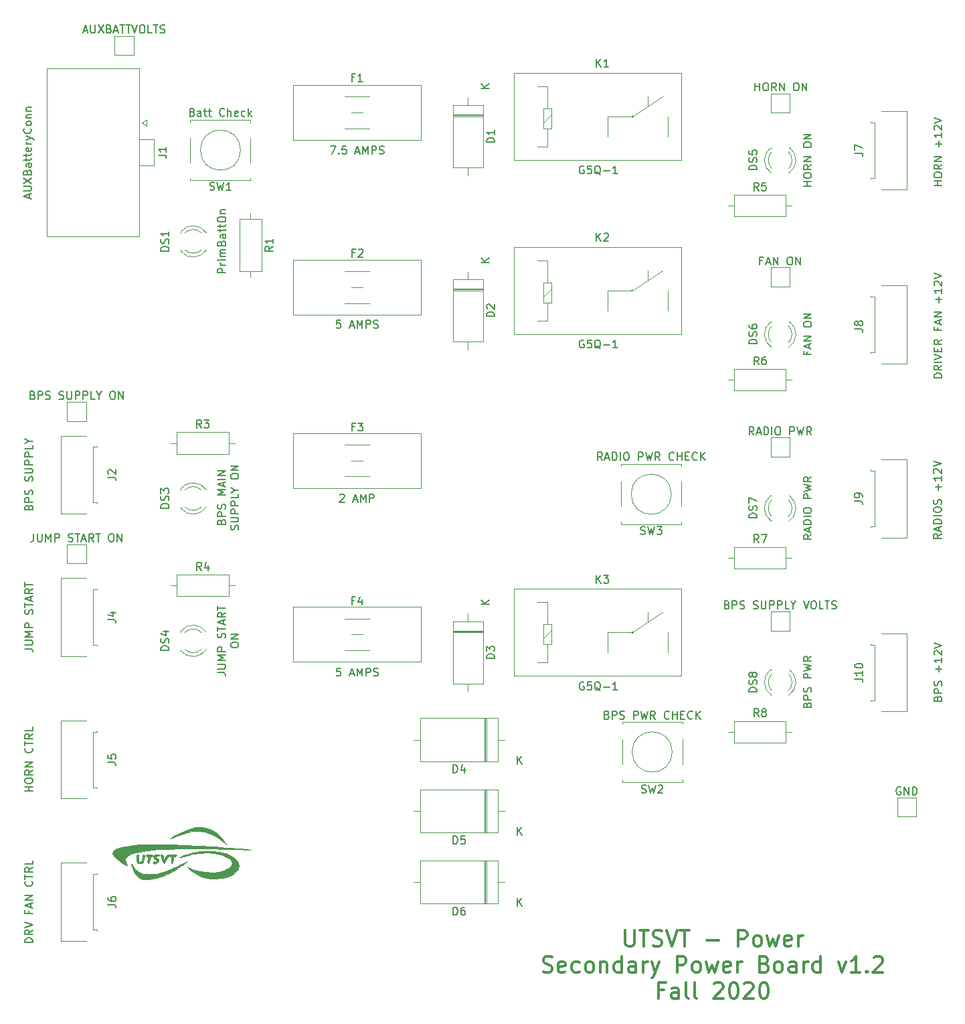
<source format=gbr>
G04 #@! TF.GenerationSoftware,KiCad,Pcbnew,(5.1.5)-3*
G04 #@! TF.CreationDate,2021-01-10T22:28:37-06:00*
G04 #@! TF.ProjectId,Power-Secondary,506f7765-722d-4536-9563-6f6e64617279,rev?*
G04 #@! TF.SameCoordinates,Original*
G04 #@! TF.FileFunction,Legend,Top*
G04 #@! TF.FilePolarity,Positive*
%FSLAX46Y46*%
G04 Gerber Fmt 4.6, Leading zero omitted, Abs format (unit mm)*
G04 Created by KiCad (PCBNEW (5.1.5)-3) date 2021-01-10 22:28:37*
%MOMM*%
%LPD*%
G04 APERTURE LIST*
%ADD10C,0.150000*%
%ADD11C,0.300000*%
%ADD12C,0.120000*%
%ADD13C,0.010000*%
G04 APERTURE END LIST*
D10*
X37571428Y-107952380D02*
X37571428Y-108666666D01*
X37523809Y-108809523D01*
X37428571Y-108904761D01*
X37285714Y-108952380D01*
X37190476Y-108952380D01*
X38047619Y-107952380D02*
X38047619Y-108761904D01*
X38095238Y-108857142D01*
X38142857Y-108904761D01*
X38238095Y-108952380D01*
X38428571Y-108952380D01*
X38523809Y-108904761D01*
X38571428Y-108857142D01*
X38619047Y-108761904D01*
X38619047Y-107952380D01*
X39095238Y-108952380D02*
X39095238Y-107952380D01*
X39428571Y-108666666D01*
X39761904Y-107952380D01*
X39761904Y-108952380D01*
X40238095Y-108952380D02*
X40238095Y-107952380D01*
X40619047Y-107952380D01*
X40714285Y-108000000D01*
X40761904Y-108047619D01*
X40809523Y-108142857D01*
X40809523Y-108285714D01*
X40761904Y-108380952D01*
X40714285Y-108428571D01*
X40619047Y-108476190D01*
X40238095Y-108476190D01*
X41952380Y-108904761D02*
X42095238Y-108952380D01*
X42333333Y-108952380D01*
X42428571Y-108904761D01*
X42476190Y-108857142D01*
X42523809Y-108761904D01*
X42523809Y-108666666D01*
X42476190Y-108571428D01*
X42428571Y-108523809D01*
X42333333Y-108476190D01*
X42142857Y-108428571D01*
X42047619Y-108380952D01*
X42000000Y-108333333D01*
X41952380Y-108238095D01*
X41952380Y-108142857D01*
X42000000Y-108047619D01*
X42047619Y-108000000D01*
X42142857Y-107952380D01*
X42380952Y-107952380D01*
X42523809Y-108000000D01*
X42809523Y-107952380D02*
X43380952Y-107952380D01*
X43095238Y-108952380D02*
X43095238Y-107952380D01*
X43666666Y-108666666D02*
X44142857Y-108666666D01*
X43571428Y-108952380D02*
X43904761Y-107952380D01*
X44238095Y-108952380D01*
X45142857Y-108952380D02*
X44809523Y-108476190D01*
X44571428Y-108952380D02*
X44571428Y-107952380D01*
X44952380Y-107952380D01*
X45047619Y-108000000D01*
X45095238Y-108047619D01*
X45142857Y-108142857D01*
X45142857Y-108285714D01*
X45095238Y-108380952D01*
X45047619Y-108428571D01*
X44952380Y-108476190D01*
X44571428Y-108476190D01*
X45428571Y-107952380D02*
X46000000Y-107952380D01*
X45714285Y-108952380D02*
X45714285Y-107952380D01*
X47285714Y-107952380D02*
X47476190Y-107952380D01*
X47571428Y-108000000D01*
X47666666Y-108095238D01*
X47714285Y-108285714D01*
X47714285Y-108619047D01*
X47666666Y-108809523D01*
X47571428Y-108904761D01*
X47476190Y-108952380D01*
X47285714Y-108952380D01*
X47190476Y-108904761D01*
X47095238Y-108809523D01*
X47047619Y-108619047D01*
X47047619Y-108285714D01*
X47095238Y-108095238D01*
X47190476Y-108000000D01*
X47285714Y-107952380D01*
X48142857Y-108952380D02*
X48142857Y-107952380D01*
X48714285Y-108952380D01*
X48714285Y-107952380D01*
X60827380Y-125500000D02*
X61541666Y-125500000D01*
X61684523Y-125547619D01*
X61779761Y-125642857D01*
X61827380Y-125785714D01*
X61827380Y-125880952D01*
X60827380Y-125023809D02*
X61636904Y-125023809D01*
X61732142Y-124976190D01*
X61779761Y-124928571D01*
X61827380Y-124833333D01*
X61827380Y-124642857D01*
X61779761Y-124547619D01*
X61732142Y-124500000D01*
X61636904Y-124452380D01*
X60827380Y-124452380D01*
X61827380Y-123976190D02*
X60827380Y-123976190D01*
X61541666Y-123642857D01*
X60827380Y-123309523D01*
X61827380Y-123309523D01*
X61827380Y-122833333D02*
X60827380Y-122833333D01*
X60827380Y-122452380D01*
X60875000Y-122357142D01*
X60922619Y-122309523D01*
X61017857Y-122261904D01*
X61160714Y-122261904D01*
X61255952Y-122309523D01*
X61303571Y-122357142D01*
X61351190Y-122452380D01*
X61351190Y-122833333D01*
X61779761Y-121119047D02*
X61827380Y-120976190D01*
X61827380Y-120738095D01*
X61779761Y-120642857D01*
X61732142Y-120595238D01*
X61636904Y-120547619D01*
X61541666Y-120547619D01*
X61446428Y-120595238D01*
X61398809Y-120642857D01*
X61351190Y-120738095D01*
X61303571Y-120928571D01*
X61255952Y-121023809D01*
X61208333Y-121071428D01*
X61113095Y-121119047D01*
X61017857Y-121119047D01*
X60922619Y-121071428D01*
X60875000Y-121023809D01*
X60827380Y-120928571D01*
X60827380Y-120690476D01*
X60875000Y-120547619D01*
X60827380Y-120261904D02*
X60827380Y-119690476D01*
X61827380Y-119976190D02*
X60827380Y-119976190D01*
X61541666Y-119404761D02*
X61541666Y-118928571D01*
X61827380Y-119500000D02*
X60827380Y-119166666D01*
X61827380Y-118833333D01*
X61827380Y-117928571D02*
X61351190Y-118261904D01*
X61827380Y-118500000D02*
X60827380Y-118500000D01*
X60827380Y-118119047D01*
X60875000Y-118023809D01*
X60922619Y-117976190D01*
X61017857Y-117928571D01*
X61160714Y-117928571D01*
X61255952Y-117976190D01*
X61303571Y-118023809D01*
X61351190Y-118119047D01*
X61351190Y-118500000D01*
X60827380Y-117642857D02*
X60827380Y-117071428D01*
X61827380Y-117357142D02*
X60827380Y-117357142D01*
X62477380Y-122119047D02*
X62477380Y-121928571D01*
X62525000Y-121833333D01*
X62620238Y-121738095D01*
X62810714Y-121690476D01*
X63144047Y-121690476D01*
X63334523Y-121738095D01*
X63429761Y-121833333D01*
X63477380Y-121928571D01*
X63477380Y-122119047D01*
X63429761Y-122214285D01*
X63334523Y-122309523D01*
X63144047Y-122357142D01*
X62810714Y-122357142D01*
X62620238Y-122309523D01*
X62525000Y-122214285D01*
X62477380Y-122119047D01*
X63477380Y-121261904D02*
X62477380Y-121261904D01*
X63477380Y-120690476D01*
X62477380Y-120690476D01*
X37452380Y-90428571D02*
X37595238Y-90476190D01*
X37642857Y-90523809D01*
X37690476Y-90619047D01*
X37690476Y-90761904D01*
X37642857Y-90857142D01*
X37595238Y-90904761D01*
X37500000Y-90952380D01*
X37119047Y-90952380D01*
X37119047Y-89952380D01*
X37452380Y-89952380D01*
X37547619Y-90000000D01*
X37595238Y-90047619D01*
X37642857Y-90142857D01*
X37642857Y-90238095D01*
X37595238Y-90333333D01*
X37547619Y-90380952D01*
X37452380Y-90428571D01*
X37119047Y-90428571D01*
X38119047Y-90952380D02*
X38119047Y-89952380D01*
X38500000Y-89952380D01*
X38595238Y-90000000D01*
X38642857Y-90047619D01*
X38690476Y-90142857D01*
X38690476Y-90285714D01*
X38642857Y-90380952D01*
X38595238Y-90428571D01*
X38500000Y-90476190D01*
X38119047Y-90476190D01*
X39071428Y-90904761D02*
X39214285Y-90952380D01*
X39452380Y-90952380D01*
X39547619Y-90904761D01*
X39595238Y-90857142D01*
X39642857Y-90761904D01*
X39642857Y-90666666D01*
X39595238Y-90571428D01*
X39547619Y-90523809D01*
X39452380Y-90476190D01*
X39261904Y-90428571D01*
X39166666Y-90380952D01*
X39119047Y-90333333D01*
X39071428Y-90238095D01*
X39071428Y-90142857D01*
X39119047Y-90047619D01*
X39166666Y-90000000D01*
X39261904Y-89952380D01*
X39500000Y-89952380D01*
X39642857Y-90000000D01*
X40785714Y-90904761D02*
X40928571Y-90952380D01*
X41166666Y-90952380D01*
X41261904Y-90904761D01*
X41309523Y-90857142D01*
X41357142Y-90761904D01*
X41357142Y-90666666D01*
X41309523Y-90571428D01*
X41261904Y-90523809D01*
X41166666Y-90476190D01*
X40976190Y-90428571D01*
X40880952Y-90380952D01*
X40833333Y-90333333D01*
X40785714Y-90238095D01*
X40785714Y-90142857D01*
X40833333Y-90047619D01*
X40880952Y-90000000D01*
X40976190Y-89952380D01*
X41214285Y-89952380D01*
X41357142Y-90000000D01*
X41785714Y-89952380D02*
X41785714Y-90761904D01*
X41833333Y-90857142D01*
X41880952Y-90904761D01*
X41976190Y-90952380D01*
X42166666Y-90952380D01*
X42261904Y-90904761D01*
X42309523Y-90857142D01*
X42357142Y-90761904D01*
X42357142Y-89952380D01*
X42833333Y-90952380D02*
X42833333Y-89952380D01*
X43214285Y-89952380D01*
X43309523Y-90000000D01*
X43357142Y-90047619D01*
X43404761Y-90142857D01*
X43404761Y-90285714D01*
X43357142Y-90380952D01*
X43309523Y-90428571D01*
X43214285Y-90476190D01*
X42833333Y-90476190D01*
X43833333Y-90952380D02*
X43833333Y-89952380D01*
X44214285Y-89952380D01*
X44309523Y-90000000D01*
X44357142Y-90047619D01*
X44404761Y-90142857D01*
X44404761Y-90285714D01*
X44357142Y-90380952D01*
X44309523Y-90428571D01*
X44214285Y-90476190D01*
X43833333Y-90476190D01*
X45309523Y-90952380D02*
X44833333Y-90952380D01*
X44833333Y-89952380D01*
X45833333Y-90476190D02*
X45833333Y-90952380D01*
X45500000Y-89952380D02*
X45833333Y-90476190D01*
X46166666Y-89952380D01*
X47452380Y-89952380D02*
X47642857Y-89952380D01*
X47738095Y-90000000D01*
X47833333Y-90095238D01*
X47880952Y-90285714D01*
X47880952Y-90619047D01*
X47833333Y-90809523D01*
X47738095Y-90904761D01*
X47642857Y-90952380D01*
X47452380Y-90952380D01*
X47357142Y-90904761D01*
X47261904Y-90809523D01*
X47214285Y-90619047D01*
X47214285Y-90285714D01*
X47261904Y-90095238D01*
X47357142Y-90000000D01*
X47452380Y-89952380D01*
X48309523Y-90952380D02*
X48309523Y-89952380D01*
X48880952Y-90952380D01*
X48880952Y-89952380D01*
X61303571Y-106447619D02*
X61351190Y-106304761D01*
X61398809Y-106257142D01*
X61494047Y-106209523D01*
X61636904Y-106209523D01*
X61732142Y-106257142D01*
X61779761Y-106304761D01*
X61827380Y-106400000D01*
X61827380Y-106780952D01*
X60827380Y-106780952D01*
X60827380Y-106447619D01*
X60875000Y-106352380D01*
X60922619Y-106304761D01*
X61017857Y-106257142D01*
X61113095Y-106257142D01*
X61208333Y-106304761D01*
X61255952Y-106352380D01*
X61303571Y-106447619D01*
X61303571Y-106780952D01*
X61827380Y-105780952D02*
X60827380Y-105780952D01*
X60827380Y-105400000D01*
X60875000Y-105304761D01*
X60922619Y-105257142D01*
X61017857Y-105209523D01*
X61160714Y-105209523D01*
X61255952Y-105257142D01*
X61303571Y-105304761D01*
X61351190Y-105400000D01*
X61351190Y-105780952D01*
X61779761Y-104828571D02*
X61827380Y-104685714D01*
X61827380Y-104447619D01*
X61779761Y-104352380D01*
X61732142Y-104304761D01*
X61636904Y-104257142D01*
X61541666Y-104257142D01*
X61446428Y-104304761D01*
X61398809Y-104352380D01*
X61351190Y-104447619D01*
X61303571Y-104638095D01*
X61255952Y-104733333D01*
X61208333Y-104780952D01*
X61113095Y-104828571D01*
X61017857Y-104828571D01*
X60922619Y-104780952D01*
X60875000Y-104733333D01*
X60827380Y-104638095D01*
X60827380Y-104400000D01*
X60875000Y-104257142D01*
X61827380Y-103066666D02*
X60827380Y-103066666D01*
X61541666Y-102733333D01*
X60827380Y-102400000D01*
X61827380Y-102400000D01*
X61541666Y-101971428D02*
X61541666Y-101495238D01*
X61827380Y-102066666D02*
X60827380Y-101733333D01*
X61827380Y-101400000D01*
X61827380Y-101066666D02*
X60827380Y-101066666D01*
X61827380Y-100590476D02*
X60827380Y-100590476D01*
X61827380Y-100019047D01*
X60827380Y-100019047D01*
X63429761Y-107471428D02*
X63477380Y-107328571D01*
X63477380Y-107090476D01*
X63429761Y-106995238D01*
X63382142Y-106947619D01*
X63286904Y-106900000D01*
X63191666Y-106900000D01*
X63096428Y-106947619D01*
X63048809Y-106995238D01*
X63001190Y-107090476D01*
X62953571Y-107280952D01*
X62905952Y-107376190D01*
X62858333Y-107423809D01*
X62763095Y-107471428D01*
X62667857Y-107471428D01*
X62572619Y-107423809D01*
X62525000Y-107376190D01*
X62477380Y-107280952D01*
X62477380Y-107042857D01*
X62525000Y-106900000D01*
X62477380Y-106471428D02*
X63286904Y-106471428D01*
X63382142Y-106423809D01*
X63429761Y-106376190D01*
X63477380Y-106280952D01*
X63477380Y-106090476D01*
X63429761Y-105995238D01*
X63382142Y-105947619D01*
X63286904Y-105900000D01*
X62477380Y-105900000D01*
X63477380Y-105423809D02*
X62477380Y-105423809D01*
X62477380Y-105042857D01*
X62525000Y-104947619D01*
X62572619Y-104900000D01*
X62667857Y-104852380D01*
X62810714Y-104852380D01*
X62905952Y-104900000D01*
X62953571Y-104947619D01*
X63001190Y-105042857D01*
X63001190Y-105423809D01*
X63477380Y-104423809D02*
X62477380Y-104423809D01*
X62477380Y-104042857D01*
X62525000Y-103947619D01*
X62572619Y-103900000D01*
X62667857Y-103852380D01*
X62810714Y-103852380D01*
X62905952Y-103900000D01*
X62953571Y-103947619D01*
X63001190Y-104042857D01*
X63001190Y-104423809D01*
X63477380Y-102947619D02*
X63477380Y-103423809D01*
X62477380Y-103423809D01*
X63001190Y-102423809D02*
X63477380Y-102423809D01*
X62477380Y-102757142D02*
X63001190Y-102423809D01*
X62477380Y-102090476D01*
X62477380Y-100804761D02*
X62477380Y-100614285D01*
X62525000Y-100519047D01*
X62620238Y-100423809D01*
X62810714Y-100376190D01*
X63144047Y-100376190D01*
X63334523Y-100423809D01*
X63429761Y-100519047D01*
X63477380Y-100614285D01*
X63477380Y-100804761D01*
X63429761Y-100900000D01*
X63334523Y-100995238D01*
X63144047Y-101042857D01*
X62810714Y-101042857D01*
X62620238Y-100995238D01*
X62525000Y-100900000D01*
X62477380Y-100804761D01*
X63477380Y-99947619D02*
X62477380Y-99947619D01*
X63477380Y-99376190D01*
X62477380Y-99376190D01*
X147238095Y-140000000D02*
X147142857Y-139952380D01*
X147000000Y-139952380D01*
X146857142Y-140000000D01*
X146761904Y-140095238D01*
X146714285Y-140190476D01*
X146666666Y-140380952D01*
X146666666Y-140523809D01*
X146714285Y-140714285D01*
X146761904Y-140809523D01*
X146857142Y-140904761D01*
X147000000Y-140952380D01*
X147095238Y-140952380D01*
X147238095Y-140904761D01*
X147285714Y-140857142D01*
X147285714Y-140523809D01*
X147095238Y-140523809D01*
X147714285Y-140952380D02*
X147714285Y-139952380D01*
X148285714Y-140952380D01*
X148285714Y-139952380D01*
X148761904Y-140952380D02*
X148761904Y-139952380D01*
X149000000Y-139952380D01*
X149142857Y-140000000D01*
X149238095Y-140095238D01*
X149285714Y-140190476D01*
X149333333Y-140380952D01*
X149333333Y-140523809D01*
X149285714Y-140714285D01*
X149238095Y-140809523D01*
X149142857Y-140904761D01*
X149000000Y-140952380D01*
X148761904Y-140952380D01*
D11*
X112404761Y-158104761D02*
X112404761Y-159723809D01*
X112500000Y-159914285D01*
X112595238Y-160009523D01*
X112785714Y-160104761D01*
X113166666Y-160104761D01*
X113357142Y-160009523D01*
X113452380Y-159914285D01*
X113547619Y-159723809D01*
X113547619Y-158104761D01*
X114214285Y-158104761D02*
X115357142Y-158104761D01*
X114785714Y-160104761D02*
X114785714Y-158104761D01*
X115928571Y-160009523D02*
X116214285Y-160104761D01*
X116690476Y-160104761D01*
X116880952Y-160009523D01*
X116976190Y-159914285D01*
X117071428Y-159723809D01*
X117071428Y-159533333D01*
X116976190Y-159342857D01*
X116880952Y-159247619D01*
X116690476Y-159152380D01*
X116309523Y-159057142D01*
X116119047Y-158961904D01*
X116023809Y-158866666D01*
X115928571Y-158676190D01*
X115928571Y-158485714D01*
X116023809Y-158295238D01*
X116119047Y-158200000D01*
X116309523Y-158104761D01*
X116785714Y-158104761D01*
X117071428Y-158200000D01*
X117642857Y-158104761D02*
X118309523Y-160104761D01*
X118976190Y-158104761D01*
X119357142Y-158104761D02*
X120500000Y-158104761D01*
X119928571Y-160104761D02*
X119928571Y-158104761D01*
X122690476Y-159342857D02*
X124214285Y-159342857D01*
X126690476Y-160104761D02*
X126690476Y-158104761D01*
X127452380Y-158104761D01*
X127642857Y-158200000D01*
X127738095Y-158295238D01*
X127833333Y-158485714D01*
X127833333Y-158771428D01*
X127738095Y-158961904D01*
X127642857Y-159057142D01*
X127452380Y-159152380D01*
X126690476Y-159152380D01*
X128976190Y-160104761D02*
X128785714Y-160009523D01*
X128690476Y-159914285D01*
X128595238Y-159723809D01*
X128595238Y-159152380D01*
X128690476Y-158961904D01*
X128785714Y-158866666D01*
X128976190Y-158771428D01*
X129261904Y-158771428D01*
X129452380Y-158866666D01*
X129547619Y-158961904D01*
X129642857Y-159152380D01*
X129642857Y-159723809D01*
X129547619Y-159914285D01*
X129452380Y-160009523D01*
X129261904Y-160104761D01*
X128976190Y-160104761D01*
X130309523Y-158771428D02*
X130690476Y-160104761D01*
X131071428Y-159152380D01*
X131452380Y-160104761D01*
X131833333Y-158771428D01*
X133357142Y-160009523D02*
X133166666Y-160104761D01*
X132785714Y-160104761D01*
X132595238Y-160009523D01*
X132500000Y-159819047D01*
X132500000Y-159057142D01*
X132595238Y-158866666D01*
X132785714Y-158771428D01*
X133166666Y-158771428D01*
X133357142Y-158866666D01*
X133452380Y-159057142D01*
X133452380Y-159247619D01*
X132500000Y-159438095D01*
X134309523Y-160104761D02*
X134309523Y-158771428D01*
X134309523Y-159152380D02*
X134404761Y-158961904D01*
X134500000Y-158866666D01*
X134690476Y-158771428D01*
X134880952Y-158771428D01*
X102023809Y-163309523D02*
X102309523Y-163404761D01*
X102785714Y-163404761D01*
X102976190Y-163309523D01*
X103071428Y-163214285D01*
X103166666Y-163023809D01*
X103166666Y-162833333D01*
X103071428Y-162642857D01*
X102976190Y-162547619D01*
X102785714Y-162452380D01*
X102404761Y-162357142D01*
X102214285Y-162261904D01*
X102119047Y-162166666D01*
X102023809Y-161976190D01*
X102023809Y-161785714D01*
X102119047Y-161595238D01*
X102214285Y-161500000D01*
X102404761Y-161404761D01*
X102880952Y-161404761D01*
X103166666Y-161500000D01*
X104785714Y-163309523D02*
X104595238Y-163404761D01*
X104214285Y-163404761D01*
X104023809Y-163309523D01*
X103928571Y-163119047D01*
X103928571Y-162357142D01*
X104023809Y-162166666D01*
X104214285Y-162071428D01*
X104595238Y-162071428D01*
X104785714Y-162166666D01*
X104880952Y-162357142D01*
X104880952Y-162547619D01*
X103928571Y-162738095D01*
X106595238Y-163309523D02*
X106404761Y-163404761D01*
X106023809Y-163404761D01*
X105833333Y-163309523D01*
X105738095Y-163214285D01*
X105642857Y-163023809D01*
X105642857Y-162452380D01*
X105738095Y-162261904D01*
X105833333Y-162166666D01*
X106023809Y-162071428D01*
X106404761Y-162071428D01*
X106595238Y-162166666D01*
X107738095Y-163404761D02*
X107547619Y-163309523D01*
X107452380Y-163214285D01*
X107357142Y-163023809D01*
X107357142Y-162452380D01*
X107452380Y-162261904D01*
X107547619Y-162166666D01*
X107738095Y-162071428D01*
X108023809Y-162071428D01*
X108214285Y-162166666D01*
X108309523Y-162261904D01*
X108404761Y-162452380D01*
X108404761Y-163023809D01*
X108309523Y-163214285D01*
X108214285Y-163309523D01*
X108023809Y-163404761D01*
X107738095Y-163404761D01*
X109261904Y-162071428D02*
X109261904Y-163404761D01*
X109261904Y-162261904D02*
X109357142Y-162166666D01*
X109547619Y-162071428D01*
X109833333Y-162071428D01*
X110023809Y-162166666D01*
X110119047Y-162357142D01*
X110119047Y-163404761D01*
X111928571Y-163404761D02*
X111928571Y-161404761D01*
X111928571Y-163309523D02*
X111738095Y-163404761D01*
X111357142Y-163404761D01*
X111166666Y-163309523D01*
X111071428Y-163214285D01*
X110976190Y-163023809D01*
X110976190Y-162452380D01*
X111071428Y-162261904D01*
X111166666Y-162166666D01*
X111357142Y-162071428D01*
X111738095Y-162071428D01*
X111928571Y-162166666D01*
X113738095Y-163404761D02*
X113738095Y-162357142D01*
X113642857Y-162166666D01*
X113452380Y-162071428D01*
X113071428Y-162071428D01*
X112880952Y-162166666D01*
X113738095Y-163309523D02*
X113547619Y-163404761D01*
X113071428Y-163404761D01*
X112880952Y-163309523D01*
X112785714Y-163119047D01*
X112785714Y-162928571D01*
X112880952Y-162738095D01*
X113071428Y-162642857D01*
X113547619Y-162642857D01*
X113738095Y-162547619D01*
X114690476Y-163404761D02*
X114690476Y-162071428D01*
X114690476Y-162452380D02*
X114785714Y-162261904D01*
X114880952Y-162166666D01*
X115071428Y-162071428D01*
X115261904Y-162071428D01*
X115738095Y-162071428D02*
X116214285Y-163404761D01*
X116690476Y-162071428D02*
X116214285Y-163404761D01*
X116023809Y-163880952D01*
X115928571Y-163976190D01*
X115738095Y-164071428D01*
X118976190Y-163404761D02*
X118976190Y-161404761D01*
X119738095Y-161404761D01*
X119928571Y-161500000D01*
X120023809Y-161595238D01*
X120119047Y-161785714D01*
X120119047Y-162071428D01*
X120023809Y-162261904D01*
X119928571Y-162357142D01*
X119738095Y-162452380D01*
X118976190Y-162452380D01*
X121261904Y-163404761D02*
X121071428Y-163309523D01*
X120976190Y-163214285D01*
X120880952Y-163023809D01*
X120880952Y-162452380D01*
X120976190Y-162261904D01*
X121071428Y-162166666D01*
X121261904Y-162071428D01*
X121547619Y-162071428D01*
X121738095Y-162166666D01*
X121833333Y-162261904D01*
X121928571Y-162452380D01*
X121928571Y-163023809D01*
X121833333Y-163214285D01*
X121738095Y-163309523D01*
X121547619Y-163404761D01*
X121261904Y-163404761D01*
X122595238Y-162071428D02*
X122976190Y-163404761D01*
X123357142Y-162452380D01*
X123738095Y-163404761D01*
X124119047Y-162071428D01*
X125642857Y-163309523D02*
X125452380Y-163404761D01*
X125071428Y-163404761D01*
X124880952Y-163309523D01*
X124785714Y-163119047D01*
X124785714Y-162357142D01*
X124880952Y-162166666D01*
X125071428Y-162071428D01*
X125452380Y-162071428D01*
X125642857Y-162166666D01*
X125738095Y-162357142D01*
X125738095Y-162547619D01*
X124785714Y-162738095D01*
X126595238Y-163404761D02*
X126595238Y-162071428D01*
X126595238Y-162452380D02*
X126690476Y-162261904D01*
X126785714Y-162166666D01*
X126976190Y-162071428D01*
X127166666Y-162071428D01*
X130023809Y-162357142D02*
X130309523Y-162452380D01*
X130404761Y-162547619D01*
X130499999Y-162738095D01*
X130499999Y-163023809D01*
X130404761Y-163214285D01*
X130309523Y-163309523D01*
X130119047Y-163404761D01*
X129357142Y-163404761D01*
X129357142Y-161404761D01*
X130023809Y-161404761D01*
X130214285Y-161500000D01*
X130309523Y-161595238D01*
X130404761Y-161785714D01*
X130404761Y-161976190D01*
X130309523Y-162166666D01*
X130214285Y-162261904D01*
X130023809Y-162357142D01*
X129357142Y-162357142D01*
X131642857Y-163404761D02*
X131452380Y-163309523D01*
X131357142Y-163214285D01*
X131261904Y-163023809D01*
X131261904Y-162452380D01*
X131357142Y-162261904D01*
X131452380Y-162166666D01*
X131642857Y-162071428D01*
X131928571Y-162071428D01*
X132119047Y-162166666D01*
X132214285Y-162261904D01*
X132309523Y-162452380D01*
X132309523Y-163023809D01*
X132214285Y-163214285D01*
X132119047Y-163309523D01*
X131928571Y-163404761D01*
X131642857Y-163404761D01*
X134023809Y-163404761D02*
X134023809Y-162357142D01*
X133928571Y-162166666D01*
X133738095Y-162071428D01*
X133357142Y-162071428D01*
X133166666Y-162166666D01*
X134023809Y-163309523D02*
X133833333Y-163404761D01*
X133357142Y-163404761D01*
X133166666Y-163309523D01*
X133071428Y-163119047D01*
X133071428Y-162928571D01*
X133166666Y-162738095D01*
X133357142Y-162642857D01*
X133833333Y-162642857D01*
X134023809Y-162547619D01*
X134976190Y-163404761D02*
X134976190Y-162071428D01*
X134976190Y-162452380D02*
X135071428Y-162261904D01*
X135166666Y-162166666D01*
X135357142Y-162071428D01*
X135547619Y-162071428D01*
X137071428Y-163404761D02*
X137071428Y-161404761D01*
X137071428Y-163309523D02*
X136880952Y-163404761D01*
X136500000Y-163404761D01*
X136309523Y-163309523D01*
X136214285Y-163214285D01*
X136119047Y-163023809D01*
X136119047Y-162452380D01*
X136214285Y-162261904D01*
X136309523Y-162166666D01*
X136500000Y-162071428D01*
X136880952Y-162071428D01*
X137071428Y-162166666D01*
X139357142Y-162071428D02*
X139833333Y-163404761D01*
X140309523Y-162071428D01*
X142119047Y-163404761D02*
X140976190Y-163404761D01*
X141547619Y-163404761D02*
X141547619Y-161404761D01*
X141357142Y-161690476D01*
X141166666Y-161880952D01*
X140976190Y-161976190D01*
X142976190Y-163214285D02*
X143071428Y-163309523D01*
X142976190Y-163404761D01*
X142880952Y-163309523D01*
X142976190Y-163214285D01*
X142976190Y-163404761D01*
X143833333Y-161595238D02*
X143928571Y-161500000D01*
X144119047Y-161404761D01*
X144595238Y-161404761D01*
X144785714Y-161500000D01*
X144880952Y-161595238D01*
X144976190Y-161785714D01*
X144976190Y-161976190D01*
X144880952Y-162261904D01*
X143738095Y-163404761D01*
X144976190Y-163404761D01*
X117261904Y-165657142D02*
X116595238Y-165657142D01*
X116595238Y-166704761D02*
X116595238Y-164704761D01*
X117547619Y-164704761D01*
X119166666Y-166704761D02*
X119166666Y-165657142D01*
X119071428Y-165466666D01*
X118880952Y-165371428D01*
X118500000Y-165371428D01*
X118309523Y-165466666D01*
X119166666Y-166609523D02*
X118976190Y-166704761D01*
X118500000Y-166704761D01*
X118309523Y-166609523D01*
X118214285Y-166419047D01*
X118214285Y-166228571D01*
X118309523Y-166038095D01*
X118500000Y-165942857D01*
X118976190Y-165942857D01*
X119166666Y-165847619D01*
X120404761Y-166704761D02*
X120214285Y-166609523D01*
X120119047Y-166419047D01*
X120119047Y-164704761D01*
X121452380Y-166704761D02*
X121261904Y-166609523D01*
X121166666Y-166419047D01*
X121166666Y-164704761D01*
X123642857Y-164895238D02*
X123738095Y-164800000D01*
X123928571Y-164704761D01*
X124404761Y-164704761D01*
X124595238Y-164800000D01*
X124690476Y-164895238D01*
X124785714Y-165085714D01*
X124785714Y-165276190D01*
X124690476Y-165561904D01*
X123547619Y-166704761D01*
X124785714Y-166704761D01*
X126023809Y-164704761D02*
X126214285Y-164704761D01*
X126404761Y-164800000D01*
X126500000Y-164895238D01*
X126595238Y-165085714D01*
X126690476Y-165466666D01*
X126690476Y-165942857D01*
X126595238Y-166323809D01*
X126500000Y-166514285D01*
X126404761Y-166609523D01*
X126214285Y-166704761D01*
X126023809Y-166704761D01*
X125833333Y-166609523D01*
X125738095Y-166514285D01*
X125642857Y-166323809D01*
X125547619Y-165942857D01*
X125547619Y-165466666D01*
X125642857Y-165085714D01*
X125738095Y-164895238D01*
X125833333Y-164800000D01*
X126023809Y-164704761D01*
X127452380Y-164895238D02*
X127547619Y-164800000D01*
X127738095Y-164704761D01*
X128214285Y-164704761D01*
X128404761Y-164800000D01*
X128500000Y-164895238D01*
X128595238Y-165085714D01*
X128595238Y-165276190D01*
X128500000Y-165561904D01*
X127357142Y-166704761D01*
X128595238Y-166704761D01*
X129833333Y-164704761D02*
X130023809Y-164704761D01*
X130214285Y-164800000D01*
X130309523Y-164895238D01*
X130404761Y-165085714D01*
X130500000Y-165466666D01*
X130500000Y-165942857D01*
X130404761Y-166323809D01*
X130309523Y-166514285D01*
X130214285Y-166609523D01*
X130023809Y-166704761D01*
X129833333Y-166704761D01*
X129642857Y-166609523D01*
X129547619Y-166514285D01*
X129452380Y-166323809D01*
X129357142Y-165942857D01*
X129357142Y-165466666D01*
X129452380Y-165085714D01*
X129547619Y-164895238D01*
X129642857Y-164800000D01*
X129833333Y-164704761D01*
D12*
X63730000Y-59460000D02*
G75*
G03X63730000Y-59460000I-2540000J0D01*
G01*
X65000000Y-55950000D02*
X65000000Y-55650000D01*
X57380000Y-55950000D02*
X57380000Y-55650000D01*
X65000000Y-61030000D02*
X65000000Y-57890000D01*
X57380000Y-61030000D02*
X57380000Y-57890000D01*
X65000000Y-63270000D02*
X65000000Y-62970000D01*
X57380000Y-55650000D02*
X65000000Y-55650000D01*
X57380000Y-63270000D02*
X57380000Y-62970000D01*
X65000000Y-63270000D02*
X57380000Y-63270000D01*
X118350000Y-135540000D02*
G75*
G03X118350000Y-135540000I-2540000J0D01*
G01*
X112000000Y-139050000D02*
X112000000Y-139350000D01*
X119620000Y-139050000D02*
X119620000Y-139350000D01*
X112000000Y-133970000D02*
X112000000Y-137110000D01*
X119620000Y-133970000D02*
X119620000Y-137110000D01*
X112000000Y-131730000D02*
X112000000Y-132030000D01*
X119620000Y-139350000D02*
X112000000Y-139350000D01*
X119620000Y-131730000D02*
X119620000Y-132030000D01*
X112000000Y-131730000D02*
X119620000Y-131730000D01*
X117780000Y-122980000D02*
X117780000Y-120440000D01*
X113335000Y-120440000D02*
X117145000Y-117900000D01*
X115240000Y-117900000D02*
X115240000Y-119170000D01*
X110160000Y-122980000D02*
X110160000Y-120440000D01*
X110160000Y-120440000D02*
X113335000Y-120440000D01*
X102030000Y-121200000D02*
X103050000Y-120190000D01*
X102540000Y-116630000D02*
X101270000Y-116630000D01*
X102540000Y-119420000D02*
X102540000Y-116630000D01*
X102540000Y-124250000D02*
X102540000Y-121960000D01*
X101270000Y-124250000D02*
X102540000Y-124250000D01*
X102540000Y-121960000D02*
X102030000Y-121960000D01*
X102030000Y-121960000D02*
X102030000Y-119420000D01*
X102030000Y-119420000D02*
X102540000Y-119420000D01*
X102540000Y-119420000D02*
X103050000Y-119420000D01*
X103050000Y-119420000D02*
X103050000Y-121960000D01*
X103050000Y-121960000D02*
X102540000Y-121960000D01*
X98320000Y-125940000D02*
X119460000Y-125940000D01*
X119460000Y-125940000D02*
X119460000Y-114940000D01*
X98320000Y-125940000D02*
X98320000Y-114940000D01*
X98320000Y-114940000D02*
X119460000Y-114940000D01*
X113462000Y-120440000D02*
G75*
G03X113462000Y-120440000I-127000J0D01*
G01*
X44200000Y-131565000D02*
X40990000Y-131565000D01*
X40990000Y-131565000D02*
X40990000Y-141435000D01*
X40990000Y-141435000D02*
X44200000Y-141435000D01*
X45580000Y-132870000D02*
X45580000Y-132985000D01*
X45580000Y-132985000D02*
X45080000Y-132985000D01*
X45080000Y-132985000D02*
X45080000Y-140015000D01*
X45080000Y-140015000D02*
X45580000Y-140015000D01*
X45580000Y-140015000D02*
X45580000Y-140130000D01*
X130800000Y-95800000D02*
X133200000Y-95800000D01*
X133200000Y-95800000D02*
X133200000Y-98200000D01*
X133200000Y-98200000D02*
X130800000Y-98200000D01*
X130800000Y-98200000D02*
X130800000Y-95800000D01*
X130800000Y-120200000D02*
X130800000Y-117800000D01*
X133200000Y-120200000D02*
X130800000Y-120200000D01*
X133200000Y-117800000D02*
X133200000Y-120200000D01*
X130800000Y-117800000D02*
X133200000Y-117800000D01*
X41800000Y-91300000D02*
X44200000Y-91300000D01*
X44200000Y-91300000D02*
X44200000Y-93700000D01*
X44200000Y-93700000D02*
X41800000Y-93700000D01*
X41800000Y-93700000D02*
X41800000Y-91300000D01*
X47800000Y-45050000D02*
X50200000Y-45050000D01*
X50200000Y-45050000D02*
X50200000Y-47450000D01*
X50200000Y-47450000D02*
X47800000Y-47450000D01*
X47800000Y-47450000D02*
X47800000Y-45050000D01*
X41800000Y-111700000D02*
X41800000Y-109300000D01*
X44200000Y-111700000D02*
X41800000Y-111700000D01*
X44200000Y-109300000D02*
X44200000Y-111700000D01*
X41800000Y-109300000D02*
X44200000Y-109300000D01*
X130800000Y-52300000D02*
X133200000Y-52300000D01*
X133200000Y-52300000D02*
X133200000Y-54700000D01*
X133200000Y-54700000D02*
X130800000Y-54700000D01*
X130800000Y-54700000D02*
X130800000Y-52300000D01*
X130800000Y-76700000D02*
X130800000Y-74300000D01*
X133200000Y-76700000D02*
X130800000Y-76700000D01*
X133200000Y-74300000D02*
X133200000Y-76700000D01*
X130800000Y-74300000D02*
X133200000Y-74300000D01*
X119500000Y-106770000D02*
X111880000Y-106770000D01*
X111880000Y-106770000D02*
X111880000Y-106470000D01*
X111880000Y-99150000D02*
X119500000Y-99150000D01*
X119500000Y-106770000D02*
X119500000Y-106470000D01*
X111880000Y-104530000D02*
X111880000Y-101390000D01*
X119500000Y-104530000D02*
X119500000Y-101390000D01*
X111880000Y-99450000D02*
X111880000Y-99150000D01*
X119500000Y-99450000D02*
X119500000Y-99150000D01*
X118230000Y-102960000D02*
G75*
G03X118230000Y-102960000I-2540000J0D01*
G01*
X117780000Y-79730000D02*
X117780000Y-77190000D01*
X113335000Y-77190000D02*
X117145000Y-74650000D01*
X115240000Y-74650000D02*
X115240000Y-75920000D01*
X110160000Y-79730000D02*
X110160000Y-77190000D01*
X110160000Y-77190000D02*
X113335000Y-77190000D01*
X102030000Y-77950000D02*
X103050000Y-76940000D01*
X102540000Y-73380000D02*
X101270000Y-73380000D01*
X102540000Y-76170000D02*
X102540000Y-73380000D01*
X102540000Y-81000000D02*
X102540000Y-78710000D01*
X101270000Y-81000000D02*
X102540000Y-81000000D01*
X102540000Y-78710000D02*
X102030000Y-78710000D01*
X102030000Y-78710000D02*
X102030000Y-76170000D01*
X102030000Y-76170000D02*
X102540000Y-76170000D01*
X102540000Y-76170000D02*
X103050000Y-76170000D01*
X103050000Y-76170000D02*
X103050000Y-78710000D01*
X103050000Y-78710000D02*
X102540000Y-78710000D01*
X98320000Y-82690000D02*
X119460000Y-82690000D01*
X119460000Y-82690000D02*
X119460000Y-71690000D01*
X98320000Y-82690000D02*
X98320000Y-71690000D01*
X98320000Y-71690000D02*
X119460000Y-71690000D01*
X113462000Y-77190000D02*
G75*
G03X113462000Y-77190000I-127000J0D01*
G01*
X113462000Y-55190000D02*
G75*
G03X113462000Y-55190000I-127000J0D01*
G01*
X98320000Y-49690000D02*
X119460000Y-49690000D01*
X98320000Y-60690000D02*
X98320000Y-49690000D01*
X119460000Y-60690000D02*
X119460000Y-49690000D01*
X98320000Y-60690000D02*
X119460000Y-60690000D01*
X103050000Y-56710000D02*
X102540000Y-56710000D01*
X103050000Y-54170000D02*
X103050000Y-56710000D01*
X102540000Y-54170000D02*
X103050000Y-54170000D01*
X102030000Y-54170000D02*
X102540000Y-54170000D01*
X102030000Y-56710000D02*
X102030000Y-54170000D01*
X102540000Y-56710000D02*
X102030000Y-56710000D01*
X101270000Y-59000000D02*
X102540000Y-59000000D01*
X102540000Y-59000000D02*
X102540000Y-56710000D01*
X102540000Y-54170000D02*
X102540000Y-51380000D01*
X102540000Y-51380000D02*
X101270000Y-51380000D01*
X102030000Y-55950000D02*
X103050000Y-54940000D01*
X110160000Y-55190000D02*
X113335000Y-55190000D01*
X110160000Y-57730000D02*
X110160000Y-55190000D01*
X115240000Y-52650000D02*
X115240000Y-53920000D01*
X113335000Y-55190000D02*
X117145000Y-52650000D01*
X117780000Y-57730000D02*
X117780000Y-55190000D01*
X51805685Y-55610000D02*
X51240000Y-56010000D01*
X51805685Y-56410000D02*
X51805685Y-55610000D01*
X51240000Y-56010000D02*
X51805685Y-56410000D01*
X52790000Y-61390000D02*
X50940000Y-61390000D01*
X52790000Y-58120000D02*
X52790000Y-61390000D01*
X50940000Y-58120000D02*
X52790000Y-58120000D01*
X50940000Y-70400000D02*
X50940000Y-49110000D01*
X39190000Y-70400000D02*
X50940000Y-70400000D01*
X39190000Y-49110000D02*
X39190000Y-70400000D01*
X50940000Y-49110000D02*
X39190000Y-49110000D01*
X133236000Y-81170000D02*
X133080000Y-81170000D01*
X130920000Y-81170000D02*
X130764000Y-81170000D01*
X130920163Y-83771130D02*
G75*
G02X130920000Y-81689039I1079837J1041130D01*
G01*
X133079837Y-83771130D02*
G75*
G03X133080000Y-81689039I-1079837J1041130D01*
G01*
X130921392Y-84402335D02*
G75*
G02X130764484Y-81170000I1078608J1672335D01*
G01*
X133078608Y-84402335D02*
G75*
G03X133235516Y-81170000I-1078608J1672335D01*
G01*
X56170000Y-69764000D02*
X56170000Y-69920000D01*
X56170000Y-72080000D02*
X56170000Y-72236000D01*
X58771130Y-72079837D02*
G75*
G02X56689039Y-72080000I-1041130J1079837D01*
G01*
X58771130Y-69920163D02*
G75*
G03X56689039Y-69920000I-1041130J-1079837D01*
G01*
X59402335Y-72078608D02*
G75*
G02X56170000Y-72235516I-1672335J1078608D01*
G01*
X59402335Y-69921392D02*
G75*
G03X56170000Y-69764484I-1672335J-1078608D01*
G01*
X56170000Y-102264000D02*
X56170000Y-102420000D01*
X56170000Y-104580000D02*
X56170000Y-104736000D01*
X58771130Y-104579837D02*
G75*
G02X56689039Y-104580000I-1041130J1079837D01*
G01*
X58771130Y-102420163D02*
G75*
G03X56689039Y-102420000I-1041130J-1079837D01*
G01*
X59402335Y-104578608D02*
G75*
G02X56170000Y-104735516I-1672335J1078608D01*
G01*
X59402335Y-102421392D02*
G75*
G03X56170000Y-102264484I-1672335J-1078608D01*
G01*
X56170000Y-120264000D02*
X56170000Y-120420000D01*
X56170000Y-122580000D02*
X56170000Y-122736000D01*
X58771130Y-122579837D02*
G75*
G02X56689039Y-122580000I-1041130J1079837D01*
G01*
X58771130Y-120420163D02*
G75*
G03X56689039Y-120420000I-1041130J-1079837D01*
G01*
X59402335Y-122578608D02*
G75*
G02X56170000Y-122735516I-1672335J1078608D01*
G01*
X59402335Y-120421392D02*
G75*
G03X56170000Y-120264484I-1672335J-1078608D01*
G01*
X133236000Y-59170000D02*
X133080000Y-59170000D01*
X130920000Y-59170000D02*
X130764000Y-59170000D01*
X130920163Y-61771130D02*
G75*
G02X130920000Y-59689039I1079837J1041130D01*
G01*
X133079837Y-61771130D02*
G75*
G03X133080000Y-59689039I-1079837J1041130D01*
G01*
X130921392Y-62402335D02*
G75*
G02X130764484Y-59170000I1078608J1672335D01*
G01*
X133078608Y-62402335D02*
G75*
G03X133235516Y-59170000I-1078608J1672335D01*
G01*
X133236000Y-103170000D02*
X133080000Y-103170000D01*
X130920000Y-103170000D02*
X130764000Y-103170000D01*
X130920163Y-105771130D02*
G75*
G02X130920000Y-103689039I1079837J1041130D01*
G01*
X133079837Y-105771130D02*
G75*
G03X133080000Y-103689039I-1079837J1041130D01*
G01*
X130921392Y-106402335D02*
G75*
G02X130764484Y-103170000I1078608J1672335D01*
G01*
X133078608Y-106402335D02*
G75*
G03X133235516Y-103170000I-1078608J1672335D01*
G01*
X133236000Y-125170000D02*
X133080000Y-125170000D01*
X130920000Y-125170000D02*
X130764000Y-125170000D01*
X130920163Y-127771130D02*
G75*
G02X130920000Y-125689039I1079837J1041130D01*
G01*
X133079837Y-127771130D02*
G75*
G03X133080000Y-125689039I-1079837J1041130D01*
G01*
X130921392Y-128402335D02*
G75*
G02X130764484Y-125170000I1078608J1672335D01*
G01*
X133078608Y-128402335D02*
G75*
G03X133235516Y-125170000I-1078608J1672335D01*
G01*
X70360000Y-51230000D02*
X70360000Y-58170000D01*
X70360000Y-58170000D02*
X86560000Y-58170000D01*
X86560000Y-58170000D02*
X86560000Y-51230000D01*
X86560000Y-51230000D02*
X70360000Y-51230000D01*
X77710000Y-54700000D02*
X79210000Y-54700000D01*
X80060000Y-56700000D02*
X76860000Y-56700000D01*
X76860000Y-52700000D02*
X80060000Y-52700000D01*
X70360000Y-73330000D02*
X70360000Y-80270000D01*
X70360000Y-80270000D02*
X86560000Y-80270000D01*
X86560000Y-80270000D02*
X86560000Y-73330000D01*
X86560000Y-73330000D02*
X70360000Y-73330000D01*
X77710000Y-76800000D02*
X79210000Y-76800000D01*
X80060000Y-78800000D02*
X76860000Y-78800000D01*
X76860000Y-74800000D02*
X80060000Y-74800000D01*
X70360000Y-95230000D02*
X70360000Y-102170000D01*
X70360000Y-102170000D02*
X86560000Y-102170000D01*
X86560000Y-102170000D02*
X86560000Y-95230000D01*
X86560000Y-95230000D02*
X70360000Y-95230000D01*
X77710000Y-98700000D02*
X79210000Y-98700000D01*
X80060000Y-100700000D02*
X76860000Y-100700000D01*
X76860000Y-96700000D02*
X80060000Y-96700000D01*
X70360000Y-117230000D02*
X70360000Y-124170000D01*
X70360000Y-124170000D02*
X86560000Y-124170000D01*
X86560000Y-124170000D02*
X86560000Y-117230000D01*
X86560000Y-117230000D02*
X70360000Y-117230000D01*
X77710000Y-120700000D02*
X79210000Y-120700000D01*
X80060000Y-122700000D02*
X76860000Y-122700000D01*
X76860000Y-118700000D02*
X80060000Y-118700000D01*
X44200000Y-95565000D02*
X40990000Y-95565000D01*
X40990000Y-95565000D02*
X40990000Y-105435000D01*
X40990000Y-105435000D02*
X44200000Y-105435000D01*
X45580000Y-96870000D02*
X45580000Y-96985000D01*
X45580000Y-96985000D02*
X45080000Y-96985000D01*
X45080000Y-96985000D02*
X45080000Y-104015000D01*
X45080000Y-104015000D02*
X45580000Y-104015000D01*
X45580000Y-104015000D02*
X45580000Y-104130000D01*
X44200000Y-113565000D02*
X40990000Y-113565000D01*
X40990000Y-113565000D02*
X40990000Y-123435000D01*
X40990000Y-123435000D02*
X44200000Y-123435000D01*
X45580000Y-114870000D02*
X45580000Y-114985000D01*
X45580000Y-114985000D02*
X45080000Y-114985000D01*
X45080000Y-114985000D02*
X45080000Y-122015000D01*
X45080000Y-122015000D02*
X45580000Y-122015000D01*
X45580000Y-122015000D02*
X45580000Y-122130000D01*
X44200000Y-149565000D02*
X40990000Y-149565000D01*
X40990000Y-149565000D02*
X40990000Y-159435000D01*
X40990000Y-159435000D02*
X44200000Y-159435000D01*
X45580000Y-150870000D02*
X45580000Y-150985000D01*
X45580000Y-150985000D02*
X45080000Y-150985000D01*
X45080000Y-150985000D02*
X45080000Y-158015000D01*
X45080000Y-158015000D02*
X45580000Y-158015000D01*
X45580000Y-158015000D02*
X45580000Y-158130000D01*
X144800000Y-64435000D02*
X148010000Y-64435000D01*
X148010000Y-64435000D02*
X148010000Y-54565000D01*
X148010000Y-54565000D02*
X144800000Y-54565000D01*
X143420000Y-63130000D02*
X143420000Y-63015000D01*
X143420000Y-63015000D02*
X143920000Y-63015000D01*
X143920000Y-63015000D02*
X143920000Y-55985000D01*
X143920000Y-55985000D02*
X143420000Y-55985000D01*
X143420000Y-55985000D02*
X143420000Y-55870000D01*
X144800000Y-86435000D02*
X148010000Y-86435000D01*
X148010000Y-86435000D02*
X148010000Y-76565000D01*
X148010000Y-76565000D02*
X144800000Y-76565000D01*
X143420000Y-85130000D02*
X143420000Y-85015000D01*
X143420000Y-85015000D02*
X143920000Y-85015000D01*
X143920000Y-85015000D02*
X143920000Y-77985000D01*
X143920000Y-77985000D02*
X143420000Y-77985000D01*
X143420000Y-77985000D02*
X143420000Y-77870000D01*
X144800000Y-108435000D02*
X148010000Y-108435000D01*
X148010000Y-108435000D02*
X148010000Y-98565000D01*
X148010000Y-98565000D02*
X144800000Y-98565000D01*
X143420000Y-107130000D02*
X143420000Y-107015000D01*
X143420000Y-107015000D02*
X143920000Y-107015000D01*
X143920000Y-107015000D02*
X143920000Y-99985000D01*
X143920000Y-99985000D02*
X143420000Y-99985000D01*
X143420000Y-99985000D02*
X143420000Y-99870000D01*
X144800000Y-130435000D02*
X148010000Y-130435000D01*
X148010000Y-130435000D02*
X148010000Y-120565000D01*
X148010000Y-120565000D02*
X144800000Y-120565000D01*
X143420000Y-129130000D02*
X143420000Y-129015000D01*
X143420000Y-129015000D02*
X143920000Y-129015000D01*
X143920000Y-129015000D02*
X143920000Y-121985000D01*
X143920000Y-121985000D02*
X143420000Y-121985000D01*
X143420000Y-121985000D02*
X143420000Y-121870000D01*
X94420000Y-54950000D02*
X90580000Y-54950000D01*
X94420000Y-55190000D02*
X90580000Y-55190000D01*
X94420000Y-55070000D02*
X90580000Y-55070000D01*
X92500000Y-62640000D02*
X92500000Y-61650000D01*
X92500000Y-52820000D02*
X92500000Y-53810000D01*
X94420000Y-61650000D02*
X94420000Y-53810000D01*
X90580000Y-61650000D02*
X94420000Y-61650000D01*
X90580000Y-53810000D02*
X90580000Y-61650000D01*
X94420000Y-53810000D02*
X90580000Y-53810000D01*
X94420000Y-75810000D02*
X90580000Y-75810000D01*
X90580000Y-75810000D02*
X90580000Y-83650000D01*
X90580000Y-83650000D02*
X94420000Y-83650000D01*
X94420000Y-83650000D02*
X94420000Y-75810000D01*
X92500000Y-74820000D02*
X92500000Y-75810000D01*
X92500000Y-84640000D02*
X92500000Y-83650000D01*
X94420000Y-77070000D02*
X90580000Y-77070000D01*
X94420000Y-77190000D02*
X90580000Y-77190000D01*
X94420000Y-76950000D02*
X90580000Y-76950000D01*
X94420000Y-120200000D02*
X90580000Y-120200000D01*
X94420000Y-120440000D02*
X90580000Y-120440000D01*
X94420000Y-120320000D02*
X90580000Y-120320000D01*
X92500000Y-127890000D02*
X92500000Y-126900000D01*
X92500000Y-118070000D02*
X92500000Y-119060000D01*
X94420000Y-126900000D02*
X94420000Y-119060000D01*
X90580000Y-126900000D02*
X94420000Y-126900000D01*
X90580000Y-119060000D02*
X90580000Y-126900000D01*
X94420000Y-119060000D02*
X90580000Y-119060000D01*
X94825000Y-136720000D02*
X94825000Y-131280000D01*
X94585000Y-136720000D02*
X94585000Y-131280000D01*
X94705000Y-136720000D02*
X94705000Y-131280000D01*
X85600000Y-134000000D02*
X86510000Y-134000000D01*
X97160000Y-134000000D02*
X96250000Y-134000000D01*
X86510000Y-136720000D02*
X96250000Y-136720000D01*
X86510000Y-131280000D02*
X86510000Y-136720000D01*
X96250000Y-131280000D02*
X86510000Y-131280000D01*
X96250000Y-136720000D02*
X96250000Y-131280000D01*
X96250000Y-145720000D02*
X96250000Y-140280000D01*
X96250000Y-140280000D02*
X86510000Y-140280000D01*
X86510000Y-140280000D02*
X86510000Y-145720000D01*
X86510000Y-145720000D02*
X96250000Y-145720000D01*
X97160000Y-143000000D02*
X96250000Y-143000000D01*
X85600000Y-143000000D02*
X86510000Y-143000000D01*
X94705000Y-145720000D02*
X94705000Y-140280000D01*
X94585000Y-145720000D02*
X94585000Y-140280000D01*
X94825000Y-145720000D02*
X94825000Y-140280000D01*
X94825000Y-154720000D02*
X94825000Y-149280000D01*
X94585000Y-154720000D02*
X94585000Y-149280000D01*
X94705000Y-154720000D02*
X94705000Y-149280000D01*
X85600000Y-152000000D02*
X86510000Y-152000000D01*
X97160000Y-152000000D02*
X96250000Y-152000000D01*
X86510000Y-154720000D02*
X96250000Y-154720000D01*
X86510000Y-149280000D02*
X86510000Y-154720000D01*
X96250000Y-149280000D02*
X86510000Y-149280000D01*
X96250000Y-154720000D02*
X96250000Y-149280000D01*
D13*
G36*
X59275022Y-145117039D02*
G01*
X59582668Y-145199318D01*
X60209242Y-145473482D01*
X60813510Y-145893275D01*
X61362345Y-146435341D01*
X61401770Y-146481975D01*
X61614432Y-146747321D01*
X61784812Y-146979225D01*
X61892543Y-147147853D01*
X61917260Y-147223370D01*
X61908479Y-147224302D01*
X61837298Y-147170987D01*
X61668916Y-147034039D01*
X61435169Y-146839479D01*
X61349559Y-146767442D01*
X60637133Y-146238873D01*
X59919895Y-145858433D01*
X59183426Y-145624838D01*
X58413309Y-145536807D01*
X57595127Y-145593057D01*
X56714463Y-145792308D01*
X55756897Y-146133276D01*
X55490314Y-146246400D01*
X55121517Y-146401373D01*
X54896415Y-146482557D01*
X54808855Y-146495023D01*
X54852683Y-146443842D01*
X55021746Y-146334085D01*
X55309890Y-146170824D01*
X55710962Y-145959130D01*
X56042334Y-145791458D01*
X56821464Y-145434603D01*
X57507658Y-145193189D01*
X58127555Y-145062760D01*
X58707797Y-145038863D01*
X59275022Y-145117039D01*
G37*
X59275022Y-145117039D02*
X59582668Y-145199318D01*
X60209242Y-145473482D01*
X60813510Y-145893275D01*
X61362345Y-146435341D01*
X61401770Y-146481975D01*
X61614432Y-146747321D01*
X61784812Y-146979225D01*
X61892543Y-147147853D01*
X61917260Y-147223370D01*
X61908479Y-147224302D01*
X61837298Y-147170987D01*
X61668916Y-147034039D01*
X61435169Y-146839479D01*
X61349559Y-146767442D01*
X60637133Y-146238873D01*
X59919895Y-145858433D01*
X59183426Y-145624838D01*
X58413309Y-145536807D01*
X57595127Y-145593057D01*
X56714463Y-145792308D01*
X55756897Y-146133276D01*
X55490314Y-146246400D01*
X55121517Y-146401373D01*
X54896415Y-146482557D01*
X54808855Y-146495023D01*
X54852683Y-146443842D01*
X55021746Y-146334085D01*
X55309890Y-146170824D01*
X55710962Y-145959130D01*
X56042334Y-145791458D01*
X56821464Y-145434603D01*
X57507658Y-145193189D01*
X58127555Y-145062760D01*
X58707797Y-145038863D01*
X59275022Y-145117039D01*
G36*
X55388000Y-148508171D02*
G01*
X55578544Y-148535224D01*
X55642975Y-148584973D01*
X55640591Y-148605834D01*
X55537889Y-148701847D01*
X55421868Y-148738722D01*
X55278364Y-148810816D01*
X55236844Y-148992722D01*
X55207513Y-149307587D01*
X55131073Y-149521292D01*
X55019432Y-149600663D01*
X55018575Y-149600667D01*
X54958213Y-149575620D01*
X54936959Y-149480418D01*
X54955037Y-149284973D01*
X55012673Y-148959193D01*
X55023775Y-148902167D01*
X54991544Y-148777742D01*
X54898463Y-148754000D01*
X54752358Y-148708815D01*
X54712284Y-148658517D01*
X54661169Y-148678527D01*
X54556145Y-148820276D01*
X54418902Y-149053984D01*
X54403930Y-149081851D01*
X54250318Y-149340806D01*
X54110268Y-149526760D01*
X54013380Y-149600593D01*
X54011376Y-149600667D01*
X53921830Y-149523915D01*
X53821428Y-149319296D01*
X53762341Y-149143136D01*
X53673659Y-148820851D01*
X53638360Y-148627502D01*
X53656067Y-148531449D01*
X53726406Y-148501054D01*
X53754720Y-148500000D01*
X53861642Y-148572943D01*
X53931125Y-148732834D01*
X53997921Y-149002998D01*
X54057097Y-149114036D01*
X54128480Y-149073914D01*
X54231897Y-148890599D01*
X54247167Y-148859834D01*
X54424694Y-148500000D01*
X55050069Y-148500000D01*
X55388000Y-148508171D01*
G37*
X55388000Y-148508171D02*
X55578544Y-148535224D01*
X55642975Y-148584973D01*
X55640591Y-148605834D01*
X55537889Y-148701847D01*
X55421868Y-148738722D01*
X55278364Y-148810816D01*
X55236844Y-148992722D01*
X55207513Y-149307587D01*
X55131073Y-149521292D01*
X55019432Y-149600663D01*
X55018575Y-149600667D01*
X54958213Y-149575620D01*
X54936959Y-149480418D01*
X54955037Y-149284973D01*
X55012673Y-148959193D01*
X55023775Y-148902167D01*
X54991544Y-148777742D01*
X54898463Y-148754000D01*
X54752358Y-148708815D01*
X54712284Y-148658517D01*
X54661169Y-148678527D01*
X54556145Y-148820276D01*
X54418902Y-149053984D01*
X54403930Y-149081851D01*
X54250318Y-149340806D01*
X54110268Y-149526760D01*
X54013380Y-149600593D01*
X54011376Y-149600667D01*
X53921830Y-149523915D01*
X53821428Y-149319296D01*
X53762341Y-149143136D01*
X53673659Y-148820851D01*
X53638360Y-148627502D01*
X53656067Y-148531449D01*
X53726406Y-148501054D01*
X53754720Y-148500000D01*
X53861642Y-148572943D01*
X53931125Y-148732834D01*
X53997921Y-149002998D01*
X54057097Y-149114036D01*
X54128480Y-149073914D01*
X54231897Y-148890599D01*
X54247167Y-148859834D01*
X54424694Y-148500000D01*
X55050069Y-148500000D01*
X55388000Y-148508171D01*
G36*
X52456219Y-148513596D02*
G01*
X52586244Y-148560668D01*
X52613334Y-148627000D01*
X52543050Y-148730509D01*
X52446916Y-148754000D01*
X52341195Y-148785175D01*
X52274996Y-148904676D01*
X52227834Y-149151465D01*
X52224342Y-149177334D01*
X52164866Y-149463175D01*
X52081182Y-149591210D01*
X52044148Y-149600667D01*
X51973253Y-149568698D01*
X51952093Y-149448218D01*
X51974936Y-149202366D01*
X51978334Y-149177334D01*
X52004950Y-148923201D01*
X51989181Y-148795507D01*
X51923926Y-148755076D01*
X51901612Y-148754000D01*
X51784343Y-148689644D01*
X51766667Y-148627000D01*
X51811986Y-148547135D01*
X51968894Y-148508127D01*
X52190000Y-148500000D01*
X52456219Y-148513596D01*
G37*
X52456219Y-148513596D02*
X52586244Y-148560668D01*
X52613334Y-148627000D01*
X52543050Y-148730509D01*
X52446916Y-148754000D01*
X52341195Y-148785175D01*
X52274996Y-148904676D01*
X52227834Y-149151465D01*
X52224342Y-149177334D01*
X52164866Y-149463175D01*
X52081182Y-149591210D01*
X52044148Y-149600667D01*
X51973253Y-149568698D01*
X51952093Y-149448218D01*
X51974936Y-149202366D01*
X51978334Y-149177334D01*
X52004950Y-148923201D01*
X51989181Y-148795507D01*
X51923926Y-148755076D01*
X51901612Y-148754000D01*
X51784343Y-148689644D01*
X51766667Y-148627000D01*
X51811986Y-148547135D01*
X51968894Y-148508127D01*
X52190000Y-148500000D01*
X52456219Y-148513596D01*
G36*
X53417135Y-148543696D02*
G01*
X53438412Y-148605834D01*
X53335971Y-148688619D01*
X53206000Y-148711667D01*
X53023919Y-148751982D01*
X52989271Y-148848427D01*
X53107901Y-148964247D01*
X53161474Y-148991596D01*
X53335609Y-149139319D01*
X53360343Y-149328490D01*
X53233769Y-149517372D01*
X53187161Y-149553533D01*
X52976083Y-149667544D01*
X52804919Y-149659270D01*
X52708320Y-149608836D01*
X52627683Y-149507447D01*
X52682926Y-149427410D01*
X52840992Y-149401665D01*
X52907646Y-149410225D01*
X53075718Y-149400631D01*
X53121882Y-149315169D01*
X53042230Y-149199420D01*
X52931328Y-149133910D01*
X52755049Y-148984940D01*
X52712433Y-148784311D01*
X52786042Y-148622933D01*
X52914838Y-148544772D01*
X53101927Y-148504491D01*
X53288847Y-148503621D01*
X53417135Y-148543696D01*
G37*
X53417135Y-148543696D02*
X53438412Y-148605834D01*
X53335971Y-148688619D01*
X53206000Y-148711667D01*
X53023919Y-148751982D01*
X52989271Y-148848427D01*
X53107901Y-148964247D01*
X53161474Y-148991596D01*
X53335609Y-149139319D01*
X53360343Y-149328490D01*
X53233769Y-149517372D01*
X53187161Y-149553533D01*
X52976083Y-149667544D01*
X52804919Y-149659270D01*
X52708320Y-149608836D01*
X52627683Y-149507447D01*
X52682926Y-149427410D01*
X52840992Y-149401665D01*
X52907646Y-149410225D01*
X53075718Y-149400631D01*
X53121882Y-149315169D01*
X53042230Y-149199420D01*
X52931328Y-149133910D01*
X52755049Y-148984940D01*
X52712433Y-148784311D01*
X52786042Y-148622933D01*
X52914838Y-148544772D01*
X53101927Y-148504491D01*
X53288847Y-148503621D01*
X53417135Y-148543696D01*
G36*
X51578617Y-148569315D02*
G01*
X51595314Y-148648167D01*
X51571556Y-148862794D01*
X51516406Y-149122471D01*
X51447108Y-149360123D01*
X51380907Y-149508676D01*
X51371082Y-149520361D01*
X51181009Y-149615001D01*
X50932331Y-149643677D01*
X50729500Y-149595932D01*
X50630859Y-149460585D01*
X50580401Y-149236812D01*
X50575347Y-148976811D01*
X50612919Y-148732782D01*
X50690335Y-148556923D01*
X50787858Y-148500000D01*
X50847526Y-148558109D01*
X50864710Y-148746093D01*
X50852373Y-148973009D01*
X50834174Y-149240789D01*
X50846265Y-149378448D01*
X50902683Y-149424415D01*
X51014740Y-149417509D01*
X51138993Y-149375283D01*
X51217221Y-149263762D01*
X51274798Y-149039613D01*
X51291741Y-148944500D01*
X51361395Y-148658155D01*
X51445765Y-148513690D01*
X51482241Y-148500000D01*
X51578617Y-148569315D01*
G37*
X51578617Y-148569315D02*
X51595314Y-148648167D01*
X51571556Y-148862794D01*
X51516406Y-149122471D01*
X51447108Y-149360123D01*
X51380907Y-149508676D01*
X51371082Y-149520361D01*
X51181009Y-149615001D01*
X50932331Y-149643677D01*
X50729500Y-149595932D01*
X50630859Y-149460585D01*
X50580401Y-149236812D01*
X50575347Y-148976811D01*
X50612919Y-148732782D01*
X50690335Y-148556923D01*
X50787858Y-148500000D01*
X50847526Y-148558109D01*
X50864710Y-148746093D01*
X50852373Y-148973009D01*
X50834174Y-149240789D01*
X50846265Y-149378448D01*
X50902683Y-149424415D01*
X51014740Y-149417509D01*
X51138993Y-149375283D01*
X51217221Y-149263762D01*
X51274798Y-149039613D01*
X51291741Y-148944500D01*
X51361395Y-148658155D01*
X51445765Y-148513690D01*
X51482241Y-148500000D01*
X51578617Y-148569315D01*
G36*
X55003943Y-147255662D02*
G01*
X56618301Y-147309837D01*
X58386221Y-147395813D01*
X60306529Y-147513673D01*
X60572000Y-147531663D01*
X61224946Y-147577680D01*
X61915556Y-147628602D01*
X62593333Y-147680553D01*
X63207778Y-147729655D01*
X63708393Y-147772030D01*
X63747000Y-147775458D01*
X65017000Y-147888801D01*
X63112000Y-147834567D01*
X62295080Y-147814732D01*
X61409053Y-147799324D01*
X60473882Y-147788234D01*
X59509527Y-147781357D01*
X58535950Y-147778585D01*
X57573113Y-147779811D01*
X56640978Y-147784927D01*
X55759507Y-147793828D01*
X54948660Y-147806404D01*
X54228401Y-147822551D01*
X53618690Y-147842159D01*
X53139489Y-147865123D01*
X52825000Y-147889767D01*
X51850440Y-148009425D01*
X51037746Y-148142204D01*
X50379780Y-148290644D01*
X49869406Y-148457283D01*
X49499487Y-148644661D01*
X49262886Y-148855318D01*
X49152467Y-149091793D01*
X49142000Y-149200189D01*
X49191925Y-149442824D01*
X49312500Y-149686887D01*
X49317099Y-149693430D01*
X49415263Y-149845554D01*
X49425725Y-149913634D01*
X49335276Y-149895003D01*
X49130705Y-149786997D01*
X48803334Y-149589745D01*
X48374626Y-149299938D01*
X48010792Y-149005182D01*
X47738285Y-148729932D01*
X47583559Y-148498643D01*
X47564892Y-148444878D01*
X47578979Y-148185570D01*
X47758382Y-147957240D01*
X48101926Y-147759968D01*
X48608435Y-147593839D01*
X49276734Y-147458934D01*
X50105647Y-147355336D01*
X51094000Y-147283127D01*
X52240618Y-147242390D01*
X53544323Y-147233208D01*
X55003943Y-147255662D01*
G37*
X55003943Y-147255662D02*
X56618301Y-147309837D01*
X58386221Y-147395813D01*
X60306529Y-147513673D01*
X60572000Y-147531663D01*
X61224946Y-147577680D01*
X61915556Y-147628602D01*
X62593333Y-147680553D01*
X63207778Y-147729655D01*
X63708393Y-147772030D01*
X63747000Y-147775458D01*
X65017000Y-147888801D01*
X63112000Y-147834567D01*
X62295080Y-147814732D01*
X61409053Y-147799324D01*
X60473882Y-147788234D01*
X59509527Y-147781357D01*
X58535950Y-147778585D01*
X57573113Y-147779811D01*
X56640978Y-147784927D01*
X55759507Y-147793828D01*
X54948660Y-147806404D01*
X54228401Y-147822551D01*
X53618690Y-147842159D01*
X53139489Y-147865123D01*
X52825000Y-147889767D01*
X51850440Y-148009425D01*
X51037746Y-148142204D01*
X50379780Y-148290644D01*
X49869406Y-148457283D01*
X49499487Y-148644661D01*
X49262886Y-148855318D01*
X49152467Y-149091793D01*
X49142000Y-149200189D01*
X49191925Y-149442824D01*
X49312500Y-149686887D01*
X49317099Y-149693430D01*
X49415263Y-149845554D01*
X49425725Y-149913634D01*
X49335276Y-149895003D01*
X49130705Y-149786997D01*
X48803334Y-149589745D01*
X48374626Y-149299938D01*
X48010792Y-149005182D01*
X47738285Y-148729932D01*
X47583559Y-148498643D01*
X47564892Y-148444878D01*
X47578979Y-148185570D01*
X47758382Y-147957240D01*
X48101926Y-147759968D01*
X48608435Y-147593839D01*
X49276734Y-147458934D01*
X50105647Y-147355336D01*
X51094000Y-147283127D01*
X52240618Y-147242390D01*
X53544323Y-147233208D01*
X55003943Y-147255662D01*
G36*
X60226616Y-148094884D02*
G01*
X60993095Y-148176699D01*
X61664321Y-148321139D01*
X61799667Y-148362989D01*
X62436279Y-148619973D01*
X62931666Y-148917975D01*
X63281375Y-149248364D01*
X63480952Y-149602511D01*
X63525944Y-149971786D01*
X63411897Y-150347560D01*
X63134357Y-150721203D01*
X63056059Y-150797501D01*
X62596706Y-151119800D01*
X62014328Y-151361745D01*
X61338434Y-151516518D01*
X60598531Y-151577305D01*
X59843722Y-151539577D01*
X59451259Y-151475619D01*
X59045114Y-151380150D01*
X58773042Y-151294726D01*
X58404244Y-151130908D01*
X58002742Y-150911585D01*
X57619164Y-150668294D01*
X57304138Y-150432570D01*
X57143000Y-150279358D01*
X56973667Y-150085501D01*
X57227667Y-150214686D01*
X57882755Y-150477412D01*
X58626130Y-150657303D01*
X59415448Y-150752579D01*
X60208366Y-150761459D01*
X60962542Y-150682163D01*
X61635632Y-150512909D01*
X61892139Y-150410870D01*
X62318518Y-150168059D01*
X62580214Y-149908225D01*
X62680009Y-149639425D01*
X62620686Y-149369717D01*
X62405027Y-149107160D01*
X62035815Y-148859810D01*
X61515831Y-148635726D01*
X61249334Y-148549350D01*
X60433203Y-148375229D01*
X59530398Y-148302743D01*
X58588694Y-148330587D01*
X57655866Y-148457453D01*
X56814889Y-148670601D01*
X56482610Y-148773953D01*
X56217131Y-148849913D01*
X56054974Y-148888382D01*
X56022758Y-148889647D01*
X56065005Y-148835450D01*
X56238575Y-148748737D01*
X56511235Y-148640844D01*
X56850752Y-148523111D01*
X57224894Y-148406876D01*
X57601428Y-148303478D01*
X57866657Y-148241034D01*
X58612297Y-148125467D01*
X59415983Y-148077279D01*
X60226616Y-148094884D01*
G37*
X60226616Y-148094884D02*
X60993095Y-148176699D01*
X61664321Y-148321139D01*
X61799667Y-148362989D01*
X62436279Y-148619973D01*
X62931666Y-148917975D01*
X63281375Y-149248364D01*
X63480952Y-149602511D01*
X63525944Y-149971786D01*
X63411897Y-150347560D01*
X63134357Y-150721203D01*
X63056059Y-150797501D01*
X62596706Y-151119800D01*
X62014328Y-151361745D01*
X61338434Y-151516518D01*
X60598531Y-151577305D01*
X59843722Y-151539577D01*
X59451259Y-151475619D01*
X59045114Y-151380150D01*
X58773042Y-151294726D01*
X58404244Y-151130908D01*
X58002742Y-150911585D01*
X57619164Y-150668294D01*
X57304138Y-150432570D01*
X57143000Y-150279358D01*
X56973667Y-150085501D01*
X57227667Y-150214686D01*
X57882755Y-150477412D01*
X58626130Y-150657303D01*
X59415448Y-150752579D01*
X60208366Y-150761459D01*
X60962542Y-150682163D01*
X61635632Y-150512909D01*
X61892139Y-150410870D01*
X62318518Y-150168059D01*
X62580214Y-149908225D01*
X62680009Y-149639425D01*
X62620686Y-149369717D01*
X62405027Y-149107160D01*
X62035815Y-148859810D01*
X61515831Y-148635726D01*
X61249334Y-148549350D01*
X60433203Y-148375229D01*
X59530398Y-148302743D01*
X58588694Y-148330587D01*
X57655866Y-148457453D01*
X56814889Y-148670601D01*
X56482610Y-148773953D01*
X56217131Y-148849913D01*
X56054974Y-148888382D01*
X56022758Y-148889647D01*
X56065005Y-148835450D01*
X56238575Y-148748737D01*
X56511235Y-148640844D01*
X56850752Y-148523111D01*
X57224894Y-148406876D01*
X57601428Y-148303478D01*
X57866657Y-148241034D01*
X58612297Y-148125467D01*
X59415983Y-148077279D01*
X60226616Y-148094884D01*
G36*
X56948417Y-149459313D02*
G01*
X56764990Y-149593627D01*
X56494708Y-149778048D01*
X56166558Y-149993760D01*
X55809526Y-150221948D01*
X55452599Y-150443795D01*
X55124765Y-150640486D01*
X54887621Y-150775489D01*
X54140408Y-151142640D01*
X53410966Y-151421038D01*
X52722950Y-151605144D01*
X52100012Y-151689424D01*
X51565807Y-151668339D01*
X51320343Y-151610469D01*
X50836869Y-151364277D01*
X50435459Y-150972205D01*
X50149551Y-150500429D01*
X50034503Y-150233420D01*
X49951827Y-149997845D01*
X49905925Y-149818973D01*
X49901199Y-149722074D01*
X49942050Y-149732418D01*
X50032879Y-149875274D01*
X50044449Y-149897000D01*
X50377640Y-150360842D01*
X50826388Y-150734930D01*
X50962334Y-150814921D01*
X51135425Y-150896448D01*
X51320015Y-150949418D01*
X51557005Y-150979376D01*
X51887296Y-150991869D01*
X52274667Y-150992887D01*
X52736913Y-150985070D01*
X53092277Y-150960514D01*
X53403059Y-150909661D01*
X53731558Y-150822955D01*
X54052667Y-150720125D01*
X54445692Y-150574784D01*
X54927735Y-150374941D01*
X55438793Y-150146511D01*
X55918863Y-149915408D01*
X55936500Y-149906512D01*
X56320340Y-149714671D01*
X56644034Y-149557028D01*
X56880927Y-149446240D01*
X57004364Y-149394964D01*
X57016000Y-149393923D01*
X56948417Y-149459313D01*
G37*
X56948417Y-149459313D02*
X56764990Y-149593627D01*
X56494708Y-149778048D01*
X56166558Y-149993760D01*
X55809526Y-150221948D01*
X55452599Y-150443795D01*
X55124765Y-150640486D01*
X54887621Y-150775489D01*
X54140408Y-151142640D01*
X53410966Y-151421038D01*
X52722950Y-151605144D01*
X52100012Y-151689424D01*
X51565807Y-151668339D01*
X51320343Y-151610469D01*
X50836869Y-151364277D01*
X50435459Y-150972205D01*
X50149551Y-150500429D01*
X50034503Y-150233420D01*
X49951827Y-149997845D01*
X49905925Y-149818973D01*
X49901199Y-149722074D01*
X49942050Y-149732418D01*
X50032879Y-149875274D01*
X50044449Y-149897000D01*
X50377640Y-150360842D01*
X50826388Y-150734930D01*
X50962334Y-150814921D01*
X51135425Y-150896448D01*
X51320015Y-150949418D01*
X51557005Y-150979376D01*
X51887296Y-150991869D01*
X52274667Y-150992887D01*
X52736913Y-150985070D01*
X53092277Y-150960514D01*
X53403059Y-150909661D01*
X53731558Y-150822955D01*
X54052667Y-150720125D01*
X54445692Y-150574784D01*
X54927735Y-150374941D01*
X55438793Y-150146511D01*
X55918863Y-149915408D01*
X55936500Y-149906512D01*
X56320340Y-149714671D01*
X56644034Y-149557028D01*
X56880927Y-149446240D01*
X57004364Y-149394964D01*
X57016000Y-149393923D01*
X56948417Y-149459313D01*
D12*
X65000000Y-75500000D02*
X65000000Y-74730000D01*
X65000000Y-67420000D02*
X65000000Y-68190000D01*
X66370000Y-74730000D02*
X66370000Y-68190000D01*
X63630000Y-74730000D02*
X66370000Y-74730000D01*
X63630000Y-68190000D02*
X63630000Y-74730000D01*
X66370000Y-68190000D02*
X63630000Y-68190000D01*
X63000000Y-96500000D02*
X62230000Y-96500000D01*
X54920000Y-96500000D02*
X55690000Y-96500000D01*
X62230000Y-95130000D02*
X55690000Y-95130000D01*
X62230000Y-97870000D02*
X62230000Y-95130000D01*
X55690000Y-97870000D02*
X62230000Y-97870000D01*
X55690000Y-95130000D02*
X55690000Y-97870000D01*
X55690000Y-113130000D02*
X55690000Y-115870000D01*
X55690000Y-115870000D02*
X62230000Y-115870000D01*
X62230000Y-115870000D02*
X62230000Y-113130000D01*
X62230000Y-113130000D02*
X55690000Y-113130000D01*
X54920000Y-114500000D02*
X55690000Y-114500000D01*
X63000000Y-114500000D02*
X62230000Y-114500000D01*
X126190000Y-65130000D02*
X126190000Y-67870000D01*
X126190000Y-67870000D02*
X132730000Y-67870000D01*
X132730000Y-67870000D02*
X132730000Y-65130000D01*
X132730000Y-65130000D02*
X126190000Y-65130000D01*
X125420000Y-66500000D02*
X126190000Y-66500000D01*
X133500000Y-66500000D02*
X132730000Y-66500000D01*
X126190000Y-87130000D02*
X126190000Y-89870000D01*
X126190000Y-89870000D02*
X132730000Y-89870000D01*
X132730000Y-89870000D02*
X132730000Y-87130000D01*
X132730000Y-87130000D02*
X126190000Y-87130000D01*
X125420000Y-88500000D02*
X126190000Y-88500000D01*
X133500000Y-88500000D02*
X132730000Y-88500000D01*
X126190000Y-109630000D02*
X126190000Y-112370000D01*
X126190000Y-112370000D02*
X132730000Y-112370000D01*
X132730000Y-112370000D02*
X132730000Y-109630000D01*
X132730000Y-109630000D02*
X126190000Y-109630000D01*
X125420000Y-111000000D02*
X126190000Y-111000000D01*
X133500000Y-111000000D02*
X132730000Y-111000000D01*
X133500000Y-133000000D02*
X132730000Y-133000000D01*
X125420000Y-133000000D02*
X126190000Y-133000000D01*
X132730000Y-131630000D02*
X126190000Y-131630000D01*
X132730000Y-134370000D02*
X132730000Y-131630000D01*
X126190000Y-134370000D02*
X132730000Y-134370000D01*
X126190000Y-131630000D02*
X126190000Y-134370000D01*
X146800000Y-143700000D02*
X146800000Y-141300000D01*
X149200000Y-143700000D02*
X146800000Y-143700000D01*
X149200000Y-141300000D02*
X149200000Y-143700000D01*
X146800000Y-141300000D02*
X149200000Y-141300000D01*
D10*
X59856666Y-64484761D02*
X59999523Y-64532380D01*
X60237619Y-64532380D01*
X60332857Y-64484761D01*
X60380476Y-64437142D01*
X60428095Y-64341904D01*
X60428095Y-64246666D01*
X60380476Y-64151428D01*
X60332857Y-64103809D01*
X60237619Y-64056190D01*
X60047142Y-64008571D01*
X59951904Y-63960952D01*
X59904285Y-63913333D01*
X59856666Y-63818095D01*
X59856666Y-63722857D01*
X59904285Y-63627619D01*
X59951904Y-63580000D01*
X60047142Y-63532380D01*
X60285238Y-63532380D01*
X60428095Y-63580000D01*
X60761428Y-63532380D02*
X60999523Y-64532380D01*
X61190000Y-63818095D01*
X61380476Y-64532380D01*
X61618571Y-63532380D01*
X62523333Y-64532380D02*
X61951904Y-64532380D01*
X62237619Y-64532380D02*
X62237619Y-63532380D01*
X62142380Y-63675238D01*
X62047142Y-63770476D01*
X61951904Y-63818095D01*
X57642380Y-54648571D02*
X57785238Y-54696190D01*
X57832857Y-54743809D01*
X57880476Y-54839047D01*
X57880476Y-54981904D01*
X57832857Y-55077142D01*
X57785238Y-55124761D01*
X57690000Y-55172380D01*
X57309047Y-55172380D01*
X57309047Y-54172380D01*
X57642380Y-54172380D01*
X57737619Y-54220000D01*
X57785238Y-54267619D01*
X57832857Y-54362857D01*
X57832857Y-54458095D01*
X57785238Y-54553333D01*
X57737619Y-54600952D01*
X57642380Y-54648571D01*
X57309047Y-54648571D01*
X58737619Y-55172380D02*
X58737619Y-54648571D01*
X58690000Y-54553333D01*
X58594761Y-54505714D01*
X58404285Y-54505714D01*
X58309047Y-54553333D01*
X58737619Y-55124761D02*
X58642380Y-55172380D01*
X58404285Y-55172380D01*
X58309047Y-55124761D01*
X58261428Y-55029523D01*
X58261428Y-54934285D01*
X58309047Y-54839047D01*
X58404285Y-54791428D01*
X58642380Y-54791428D01*
X58737619Y-54743809D01*
X59070952Y-54505714D02*
X59451904Y-54505714D01*
X59213809Y-54172380D02*
X59213809Y-55029523D01*
X59261428Y-55124761D01*
X59356666Y-55172380D01*
X59451904Y-55172380D01*
X59642380Y-54505714D02*
X60023333Y-54505714D01*
X59785238Y-54172380D02*
X59785238Y-55029523D01*
X59832857Y-55124761D01*
X59928095Y-55172380D01*
X60023333Y-55172380D01*
X61690000Y-55077142D02*
X61642380Y-55124761D01*
X61499523Y-55172380D01*
X61404285Y-55172380D01*
X61261428Y-55124761D01*
X61166190Y-55029523D01*
X61118571Y-54934285D01*
X61070952Y-54743809D01*
X61070952Y-54600952D01*
X61118571Y-54410476D01*
X61166190Y-54315238D01*
X61261428Y-54220000D01*
X61404285Y-54172380D01*
X61499523Y-54172380D01*
X61642380Y-54220000D01*
X61690000Y-54267619D01*
X62118571Y-55172380D02*
X62118571Y-54172380D01*
X62547142Y-55172380D02*
X62547142Y-54648571D01*
X62499523Y-54553333D01*
X62404285Y-54505714D01*
X62261428Y-54505714D01*
X62166190Y-54553333D01*
X62118571Y-54600952D01*
X63404285Y-55124761D02*
X63309047Y-55172380D01*
X63118571Y-55172380D01*
X63023333Y-55124761D01*
X62975714Y-55029523D01*
X62975714Y-54648571D01*
X63023333Y-54553333D01*
X63118571Y-54505714D01*
X63309047Y-54505714D01*
X63404285Y-54553333D01*
X63451904Y-54648571D01*
X63451904Y-54743809D01*
X62975714Y-54839047D01*
X64309047Y-55124761D02*
X64213809Y-55172380D01*
X64023333Y-55172380D01*
X63928095Y-55124761D01*
X63880476Y-55077142D01*
X63832857Y-54981904D01*
X63832857Y-54696190D01*
X63880476Y-54600952D01*
X63928095Y-54553333D01*
X64023333Y-54505714D01*
X64213809Y-54505714D01*
X64309047Y-54553333D01*
X64737619Y-55172380D02*
X64737619Y-54172380D01*
X64832857Y-54791428D02*
X65118571Y-55172380D01*
X65118571Y-54505714D02*
X64737619Y-54886666D01*
X114476666Y-140684761D02*
X114619523Y-140732380D01*
X114857619Y-140732380D01*
X114952857Y-140684761D01*
X115000476Y-140637142D01*
X115048095Y-140541904D01*
X115048095Y-140446666D01*
X115000476Y-140351428D01*
X114952857Y-140303809D01*
X114857619Y-140256190D01*
X114667142Y-140208571D01*
X114571904Y-140160952D01*
X114524285Y-140113333D01*
X114476666Y-140018095D01*
X114476666Y-139922857D01*
X114524285Y-139827619D01*
X114571904Y-139780000D01*
X114667142Y-139732380D01*
X114905238Y-139732380D01*
X115048095Y-139780000D01*
X115381428Y-139732380D02*
X115619523Y-140732380D01*
X115810000Y-140018095D01*
X116000476Y-140732380D01*
X116238571Y-139732380D01*
X116571904Y-139827619D02*
X116619523Y-139780000D01*
X116714761Y-139732380D01*
X116952857Y-139732380D01*
X117048095Y-139780000D01*
X117095714Y-139827619D01*
X117143333Y-139922857D01*
X117143333Y-140018095D01*
X117095714Y-140160952D01*
X116524285Y-140732380D01*
X117143333Y-140732380D01*
X110095714Y-130848571D02*
X110238571Y-130896190D01*
X110286190Y-130943809D01*
X110333809Y-131039047D01*
X110333809Y-131181904D01*
X110286190Y-131277142D01*
X110238571Y-131324761D01*
X110143333Y-131372380D01*
X109762380Y-131372380D01*
X109762380Y-130372380D01*
X110095714Y-130372380D01*
X110190952Y-130420000D01*
X110238571Y-130467619D01*
X110286190Y-130562857D01*
X110286190Y-130658095D01*
X110238571Y-130753333D01*
X110190952Y-130800952D01*
X110095714Y-130848571D01*
X109762380Y-130848571D01*
X110762380Y-131372380D02*
X110762380Y-130372380D01*
X111143333Y-130372380D01*
X111238571Y-130420000D01*
X111286190Y-130467619D01*
X111333809Y-130562857D01*
X111333809Y-130705714D01*
X111286190Y-130800952D01*
X111238571Y-130848571D01*
X111143333Y-130896190D01*
X110762380Y-130896190D01*
X111714761Y-131324761D02*
X111857619Y-131372380D01*
X112095714Y-131372380D01*
X112190952Y-131324761D01*
X112238571Y-131277142D01*
X112286190Y-131181904D01*
X112286190Y-131086666D01*
X112238571Y-130991428D01*
X112190952Y-130943809D01*
X112095714Y-130896190D01*
X111905238Y-130848571D01*
X111810000Y-130800952D01*
X111762380Y-130753333D01*
X111714761Y-130658095D01*
X111714761Y-130562857D01*
X111762380Y-130467619D01*
X111810000Y-130420000D01*
X111905238Y-130372380D01*
X112143333Y-130372380D01*
X112286190Y-130420000D01*
X113476666Y-131372380D02*
X113476666Y-130372380D01*
X113857619Y-130372380D01*
X113952857Y-130420000D01*
X114000476Y-130467619D01*
X114048095Y-130562857D01*
X114048095Y-130705714D01*
X114000476Y-130800952D01*
X113952857Y-130848571D01*
X113857619Y-130896190D01*
X113476666Y-130896190D01*
X114381428Y-130372380D02*
X114619523Y-131372380D01*
X114810000Y-130658095D01*
X115000476Y-131372380D01*
X115238571Y-130372380D01*
X116190952Y-131372380D02*
X115857619Y-130896190D01*
X115619523Y-131372380D02*
X115619523Y-130372380D01*
X116000476Y-130372380D01*
X116095714Y-130420000D01*
X116143333Y-130467619D01*
X116190952Y-130562857D01*
X116190952Y-130705714D01*
X116143333Y-130800952D01*
X116095714Y-130848571D01*
X116000476Y-130896190D01*
X115619523Y-130896190D01*
X117952857Y-131277142D02*
X117905238Y-131324761D01*
X117762380Y-131372380D01*
X117667142Y-131372380D01*
X117524285Y-131324761D01*
X117429047Y-131229523D01*
X117381428Y-131134285D01*
X117333809Y-130943809D01*
X117333809Y-130800952D01*
X117381428Y-130610476D01*
X117429047Y-130515238D01*
X117524285Y-130420000D01*
X117667142Y-130372380D01*
X117762380Y-130372380D01*
X117905238Y-130420000D01*
X117952857Y-130467619D01*
X118381428Y-131372380D02*
X118381428Y-130372380D01*
X118381428Y-130848571D02*
X118952857Y-130848571D01*
X118952857Y-131372380D02*
X118952857Y-130372380D01*
X119429047Y-130848571D02*
X119762380Y-130848571D01*
X119905238Y-131372380D02*
X119429047Y-131372380D01*
X119429047Y-130372380D01*
X119905238Y-130372380D01*
X120905238Y-131277142D02*
X120857619Y-131324761D01*
X120714761Y-131372380D01*
X120619523Y-131372380D01*
X120476666Y-131324761D01*
X120381428Y-131229523D01*
X120333809Y-131134285D01*
X120286190Y-130943809D01*
X120286190Y-130800952D01*
X120333809Y-130610476D01*
X120381428Y-130515238D01*
X120476666Y-130420000D01*
X120619523Y-130372380D01*
X120714761Y-130372380D01*
X120857619Y-130420000D01*
X120905238Y-130467619D01*
X121333809Y-131372380D02*
X121333809Y-130372380D01*
X121905238Y-131372380D02*
X121476666Y-130800952D01*
X121905238Y-130372380D02*
X121333809Y-130943809D01*
X108761904Y-114202380D02*
X108761904Y-113202380D01*
X109333333Y-114202380D02*
X108904761Y-113630952D01*
X109333333Y-113202380D02*
X108761904Y-113773809D01*
X109666666Y-113202380D02*
X110285714Y-113202380D01*
X109952380Y-113583333D01*
X110095238Y-113583333D01*
X110190476Y-113630952D01*
X110238095Y-113678571D01*
X110285714Y-113773809D01*
X110285714Y-114011904D01*
X110238095Y-114107142D01*
X110190476Y-114154761D01*
X110095238Y-114202380D01*
X109809523Y-114202380D01*
X109714285Y-114154761D01*
X109666666Y-114107142D01*
X107166666Y-126750000D02*
X107071428Y-126702380D01*
X106928571Y-126702380D01*
X106785714Y-126750000D01*
X106690476Y-126845238D01*
X106642857Y-126940476D01*
X106595238Y-127130952D01*
X106595238Y-127273809D01*
X106642857Y-127464285D01*
X106690476Y-127559523D01*
X106785714Y-127654761D01*
X106928571Y-127702380D01*
X107023809Y-127702380D01*
X107166666Y-127654761D01*
X107214285Y-127607142D01*
X107214285Y-127273809D01*
X107023809Y-127273809D01*
X108119047Y-126702380D02*
X107642857Y-126702380D01*
X107595238Y-127178571D01*
X107642857Y-127130952D01*
X107738095Y-127083333D01*
X107976190Y-127083333D01*
X108071428Y-127130952D01*
X108119047Y-127178571D01*
X108166666Y-127273809D01*
X108166666Y-127511904D01*
X108119047Y-127607142D01*
X108071428Y-127654761D01*
X107976190Y-127702380D01*
X107738095Y-127702380D01*
X107642857Y-127654761D01*
X107595238Y-127607142D01*
X109261904Y-127797619D02*
X109166666Y-127750000D01*
X109071428Y-127654761D01*
X108928571Y-127511904D01*
X108833333Y-127464285D01*
X108738095Y-127464285D01*
X108785714Y-127702380D02*
X108690476Y-127654761D01*
X108595238Y-127559523D01*
X108547619Y-127369047D01*
X108547619Y-127035714D01*
X108595238Y-126845238D01*
X108690476Y-126750000D01*
X108785714Y-126702380D01*
X108976190Y-126702380D01*
X109071428Y-126750000D01*
X109166666Y-126845238D01*
X109214285Y-127035714D01*
X109214285Y-127369047D01*
X109166666Y-127559523D01*
X109071428Y-127654761D01*
X108976190Y-127702380D01*
X108785714Y-127702380D01*
X109642857Y-127321428D02*
X110404761Y-127321428D01*
X111404761Y-127702380D02*
X110833333Y-127702380D01*
X111119047Y-127702380D02*
X111119047Y-126702380D01*
X111023809Y-126845238D01*
X110928571Y-126940476D01*
X110833333Y-126988095D01*
X46952380Y-136833333D02*
X47666666Y-136833333D01*
X47809523Y-136880952D01*
X47904761Y-136976190D01*
X47952380Y-137119047D01*
X47952380Y-137214285D01*
X46952380Y-135880952D02*
X46952380Y-136357142D01*
X47428571Y-136404761D01*
X47380952Y-136357142D01*
X47333333Y-136261904D01*
X47333333Y-136023809D01*
X47380952Y-135928571D01*
X47428571Y-135880952D01*
X47523809Y-135833333D01*
X47761904Y-135833333D01*
X47857142Y-135880952D01*
X47904761Y-135928571D01*
X47952380Y-136023809D01*
X47952380Y-136261904D01*
X47904761Y-136357142D01*
X47857142Y-136404761D01*
X37452380Y-140500000D02*
X36452380Y-140500000D01*
X36928571Y-140500000D02*
X36928571Y-139928571D01*
X37452380Y-139928571D02*
X36452380Y-139928571D01*
X36452380Y-139261904D02*
X36452380Y-139071428D01*
X36500000Y-138976190D01*
X36595238Y-138880952D01*
X36785714Y-138833333D01*
X37119047Y-138833333D01*
X37309523Y-138880952D01*
X37404761Y-138976190D01*
X37452380Y-139071428D01*
X37452380Y-139261904D01*
X37404761Y-139357142D01*
X37309523Y-139452380D01*
X37119047Y-139500000D01*
X36785714Y-139500000D01*
X36595238Y-139452380D01*
X36500000Y-139357142D01*
X36452380Y-139261904D01*
X37452380Y-137833333D02*
X36976190Y-138166666D01*
X37452380Y-138404761D02*
X36452380Y-138404761D01*
X36452380Y-138023809D01*
X36500000Y-137928571D01*
X36547619Y-137880952D01*
X36642857Y-137833333D01*
X36785714Y-137833333D01*
X36880952Y-137880952D01*
X36928571Y-137928571D01*
X36976190Y-138023809D01*
X36976190Y-138404761D01*
X37452380Y-137404761D02*
X36452380Y-137404761D01*
X37452380Y-136833333D01*
X36452380Y-136833333D01*
X37357142Y-135023809D02*
X37404761Y-135071428D01*
X37452380Y-135214285D01*
X37452380Y-135309523D01*
X37404761Y-135452380D01*
X37309523Y-135547619D01*
X37214285Y-135595238D01*
X37023809Y-135642857D01*
X36880952Y-135642857D01*
X36690476Y-135595238D01*
X36595238Y-135547619D01*
X36500000Y-135452380D01*
X36452380Y-135309523D01*
X36452380Y-135214285D01*
X36500000Y-135071428D01*
X36547619Y-135023809D01*
X36452380Y-134738095D02*
X36452380Y-134166666D01*
X37452380Y-134452380D02*
X36452380Y-134452380D01*
X37452380Y-133261904D02*
X36976190Y-133595238D01*
X37452380Y-133833333D02*
X36452380Y-133833333D01*
X36452380Y-133452380D01*
X36500000Y-133357142D01*
X36547619Y-133309523D01*
X36642857Y-133261904D01*
X36785714Y-133261904D01*
X36880952Y-133309523D01*
X36928571Y-133357142D01*
X36976190Y-133452380D01*
X36976190Y-133833333D01*
X37452380Y-132357142D02*
X37452380Y-132833333D01*
X36452380Y-132833333D01*
X128666666Y-95452380D02*
X128333333Y-94976190D01*
X128095238Y-95452380D02*
X128095238Y-94452380D01*
X128476190Y-94452380D01*
X128571428Y-94500000D01*
X128619047Y-94547619D01*
X128666666Y-94642857D01*
X128666666Y-94785714D01*
X128619047Y-94880952D01*
X128571428Y-94928571D01*
X128476190Y-94976190D01*
X128095238Y-94976190D01*
X129047619Y-95166666D02*
X129523809Y-95166666D01*
X128952380Y-95452380D02*
X129285714Y-94452380D01*
X129619047Y-95452380D01*
X129952380Y-95452380D02*
X129952380Y-94452380D01*
X130190476Y-94452380D01*
X130333333Y-94500000D01*
X130428571Y-94595238D01*
X130476190Y-94690476D01*
X130523809Y-94880952D01*
X130523809Y-95023809D01*
X130476190Y-95214285D01*
X130428571Y-95309523D01*
X130333333Y-95404761D01*
X130190476Y-95452380D01*
X129952380Y-95452380D01*
X130952380Y-95452380D02*
X130952380Y-94452380D01*
X131619047Y-94452380D02*
X131809523Y-94452380D01*
X131904761Y-94500000D01*
X132000000Y-94595238D01*
X132047619Y-94785714D01*
X132047619Y-95119047D01*
X132000000Y-95309523D01*
X131904761Y-95404761D01*
X131809523Y-95452380D01*
X131619047Y-95452380D01*
X131523809Y-95404761D01*
X131428571Y-95309523D01*
X131380952Y-95119047D01*
X131380952Y-94785714D01*
X131428571Y-94595238D01*
X131523809Y-94500000D01*
X131619047Y-94452380D01*
X133238095Y-95452380D02*
X133238095Y-94452380D01*
X133619047Y-94452380D01*
X133714285Y-94500000D01*
X133761904Y-94547619D01*
X133809523Y-94642857D01*
X133809523Y-94785714D01*
X133761904Y-94880952D01*
X133714285Y-94928571D01*
X133619047Y-94976190D01*
X133238095Y-94976190D01*
X134142857Y-94452380D02*
X134380952Y-95452380D01*
X134571428Y-94738095D01*
X134761904Y-95452380D01*
X135000000Y-94452380D01*
X135952380Y-95452380D02*
X135619047Y-94976190D01*
X135380952Y-95452380D02*
X135380952Y-94452380D01*
X135761904Y-94452380D01*
X135857142Y-94500000D01*
X135904761Y-94547619D01*
X135952380Y-94642857D01*
X135952380Y-94785714D01*
X135904761Y-94880952D01*
X135857142Y-94928571D01*
X135761904Y-94976190D01*
X135380952Y-94976190D01*
X125285714Y-116928571D02*
X125428571Y-116976190D01*
X125476190Y-117023809D01*
X125523809Y-117119047D01*
X125523809Y-117261904D01*
X125476190Y-117357142D01*
X125428571Y-117404761D01*
X125333333Y-117452380D01*
X124952380Y-117452380D01*
X124952380Y-116452380D01*
X125285714Y-116452380D01*
X125380952Y-116500000D01*
X125428571Y-116547619D01*
X125476190Y-116642857D01*
X125476190Y-116738095D01*
X125428571Y-116833333D01*
X125380952Y-116880952D01*
X125285714Y-116928571D01*
X124952380Y-116928571D01*
X125952380Y-117452380D02*
X125952380Y-116452380D01*
X126333333Y-116452380D01*
X126428571Y-116500000D01*
X126476190Y-116547619D01*
X126523809Y-116642857D01*
X126523809Y-116785714D01*
X126476190Y-116880952D01*
X126428571Y-116928571D01*
X126333333Y-116976190D01*
X125952380Y-116976190D01*
X126904761Y-117404761D02*
X127047619Y-117452380D01*
X127285714Y-117452380D01*
X127380952Y-117404761D01*
X127428571Y-117357142D01*
X127476190Y-117261904D01*
X127476190Y-117166666D01*
X127428571Y-117071428D01*
X127380952Y-117023809D01*
X127285714Y-116976190D01*
X127095238Y-116928571D01*
X127000000Y-116880952D01*
X126952380Y-116833333D01*
X126904761Y-116738095D01*
X126904761Y-116642857D01*
X126952380Y-116547619D01*
X127000000Y-116500000D01*
X127095238Y-116452380D01*
X127333333Y-116452380D01*
X127476190Y-116500000D01*
X128619047Y-117404761D02*
X128761904Y-117452380D01*
X129000000Y-117452380D01*
X129095238Y-117404761D01*
X129142857Y-117357142D01*
X129190476Y-117261904D01*
X129190476Y-117166666D01*
X129142857Y-117071428D01*
X129095238Y-117023809D01*
X129000000Y-116976190D01*
X128809523Y-116928571D01*
X128714285Y-116880952D01*
X128666666Y-116833333D01*
X128619047Y-116738095D01*
X128619047Y-116642857D01*
X128666666Y-116547619D01*
X128714285Y-116500000D01*
X128809523Y-116452380D01*
X129047619Y-116452380D01*
X129190476Y-116500000D01*
X129619047Y-116452380D02*
X129619047Y-117261904D01*
X129666666Y-117357142D01*
X129714285Y-117404761D01*
X129809523Y-117452380D01*
X130000000Y-117452380D01*
X130095238Y-117404761D01*
X130142857Y-117357142D01*
X130190476Y-117261904D01*
X130190476Y-116452380D01*
X130666666Y-117452380D02*
X130666666Y-116452380D01*
X131047619Y-116452380D01*
X131142857Y-116500000D01*
X131190476Y-116547619D01*
X131238095Y-116642857D01*
X131238095Y-116785714D01*
X131190476Y-116880952D01*
X131142857Y-116928571D01*
X131047619Y-116976190D01*
X130666666Y-116976190D01*
X131666666Y-117452380D02*
X131666666Y-116452380D01*
X132047619Y-116452380D01*
X132142857Y-116500000D01*
X132190476Y-116547619D01*
X132238095Y-116642857D01*
X132238095Y-116785714D01*
X132190476Y-116880952D01*
X132142857Y-116928571D01*
X132047619Y-116976190D01*
X131666666Y-116976190D01*
X133142857Y-117452380D02*
X132666666Y-117452380D01*
X132666666Y-116452380D01*
X133666666Y-116976190D02*
X133666666Y-117452380D01*
X133333333Y-116452380D02*
X133666666Y-116976190D01*
X134000000Y-116452380D01*
X134952380Y-116452380D02*
X135285714Y-117452380D01*
X135619047Y-116452380D01*
X136142857Y-116452380D02*
X136333333Y-116452380D01*
X136428571Y-116500000D01*
X136523809Y-116595238D01*
X136571428Y-116785714D01*
X136571428Y-117119047D01*
X136523809Y-117309523D01*
X136428571Y-117404761D01*
X136333333Y-117452380D01*
X136142857Y-117452380D01*
X136047619Y-117404761D01*
X135952380Y-117309523D01*
X135904761Y-117119047D01*
X135904761Y-116785714D01*
X135952380Y-116595238D01*
X136047619Y-116500000D01*
X136142857Y-116452380D01*
X137476190Y-117452380D02*
X137000000Y-117452380D01*
X137000000Y-116452380D01*
X137666666Y-116452380D02*
X138238095Y-116452380D01*
X137952380Y-117452380D02*
X137952380Y-116452380D01*
X138523809Y-117404761D02*
X138666666Y-117452380D01*
X138904761Y-117452380D01*
X139000000Y-117404761D01*
X139047619Y-117357142D01*
X139095238Y-117261904D01*
X139095238Y-117166666D01*
X139047619Y-117071428D01*
X139000000Y-117023809D01*
X138904761Y-116976190D01*
X138714285Y-116928571D01*
X138619047Y-116880952D01*
X138571428Y-116833333D01*
X138523809Y-116738095D01*
X138523809Y-116642857D01*
X138571428Y-116547619D01*
X138619047Y-116500000D01*
X138714285Y-116452380D01*
X138952380Y-116452380D01*
X139095238Y-116500000D01*
X43857142Y-44366666D02*
X44333333Y-44366666D01*
X43761904Y-44652380D02*
X44095238Y-43652380D01*
X44428571Y-44652380D01*
X44761904Y-43652380D02*
X44761904Y-44461904D01*
X44809523Y-44557142D01*
X44857142Y-44604761D01*
X44952380Y-44652380D01*
X45142857Y-44652380D01*
X45238095Y-44604761D01*
X45285714Y-44557142D01*
X45333333Y-44461904D01*
X45333333Y-43652380D01*
X45714285Y-43652380D02*
X46380952Y-44652380D01*
X46380952Y-43652380D02*
X45714285Y-44652380D01*
X47095238Y-44128571D02*
X47238095Y-44176190D01*
X47285714Y-44223809D01*
X47333333Y-44319047D01*
X47333333Y-44461904D01*
X47285714Y-44557142D01*
X47238095Y-44604761D01*
X47142857Y-44652380D01*
X46761904Y-44652380D01*
X46761904Y-43652380D01*
X47095238Y-43652380D01*
X47190476Y-43700000D01*
X47238095Y-43747619D01*
X47285714Y-43842857D01*
X47285714Y-43938095D01*
X47238095Y-44033333D01*
X47190476Y-44080952D01*
X47095238Y-44128571D01*
X46761904Y-44128571D01*
X47714285Y-44366666D02*
X48190476Y-44366666D01*
X47619047Y-44652380D02*
X47952380Y-43652380D01*
X48285714Y-44652380D01*
X48476190Y-43652380D02*
X49047619Y-43652380D01*
X48761904Y-44652380D02*
X48761904Y-43652380D01*
X49238095Y-43652380D02*
X49809523Y-43652380D01*
X49523809Y-44652380D02*
X49523809Y-43652380D01*
X50000000Y-43652380D02*
X50333333Y-44652380D01*
X50666666Y-43652380D01*
X51190476Y-43652380D02*
X51380952Y-43652380D01*
X51476190Y-43700000D01*
X51571428Y-43795238D01*
X51619047Y-43985714D01*
X51619047Y-44319047D01*
X51571428Y-44509523D01*
X51476190Y-44604761D01*
X51380952Y-44652380D01*
X51190476Y-44652380D01*
X51095238Y-44604761D01*
X51000000Y-44509523D01*
X50952380Y-44319047D01*
X50952380Y-43985714D01*
X51000000Y-43795238D01*
X51095238Y-43700000D01*
X51190476Y-43652380D01*
X52523809Y-44652380D02*
X52047619Y-44652380D01*
X52047619Y-43652380D01*
X52714285Y-43652380D02*
X53285714Y-43652380D01*
X53000000Y-44652380D02*
X53000000Y-43652380D01*
X53571428Y-44604761D02*
X53714285Y-44652380D01*
X53952380Y-44652380D01*
X54047619Y-44604761D01*
X54095238Y-44557142D01*
X54142857Y-44461904D01*
X54142857Y-44366666D01*
X54095238Y-44271428D01*
X54047619Y-44223809D01*
X53952380Y-44176190D01*
X53761904Y-44128571D01*
X53666666Y-44080952D01*
X53619047Y-44033333D01*
X53571428Y-43938095D01*
X53571428Y-43842857D01*
X53619047Y-43747619D01*
X53666666Y-43700000D01*
X53761904Y-43652380D01*
X54000000Y-43652380D01*
X54142857Y-43700000D01*
X128838095Y-51952380D02*
X128838095Y-50952380D01*
X128838095Y-51428571D02*
X129409523Y-51428571D01*
X129409523Y-51952380D02*
X129409523Y-50952380D01*
X130076190Y-50952380D02*
X130266666Y-50952380D01*
X130361904Y-51000000D01*
X130457142Y-51095238D01*
X130504761Y-51285714D01*
X130504761Y-51619047D01*
X130457142Y-51809523D01*
X130361904Y-51904761D01*
X130266666Y-51952380D01*
X130076190Y-51952380D01*
X129980952Y-51904761D01*
X129885714Y-51809523D01*
X129838095Y-51619047D01*
X129838095Y-51285714D01*
X129885714Y-51095238D01*
X129980952Y-51000000D01*
X130076190Y-50952380D01*
X131504761Y-51952380D02*
X131171428Y-51476190D01*
X130933333Y-51952380D02*
X130933333Y-50952380D01*
X131314285Y-50952380D01*
X131409523Y-51000000D01*
X131457142Y-51047619D01*
X131504761Y-51142857D01*
X131504761Y-51285714D01*
X131457142Y-51380952D01*
X131409523Y-51428571D01*
X131314285Y-51476190D01*
X130933333Y-51476190D01*
X131933333Y-51952380D02*
X131933333Y-50952380D01*
X132504761Y-51952380D01*
X132504761Y-50952380D01*
X133933333Y-50952380D02*
X134123809Y-50952380D01*
X134219047Y-51000000D01*
X134314285Y-51095238D01*
X134361904Y-51285714D01*
X134361904Y-51619047D01*
X134314285Y-51809523D01*
X134219047Y-51904761D01*
X134123809Y-51952380D01*
X133933333Y-51952380D01*
X133838095Y-51904761D01*
X133742857Y-51809523D01*
X133695238Y-51619047D01*
X133695238Y-51285714D01*
X133742857Y-51095238D01*
X133838095Y-51000000D01*
X133933333Y-50952380D01*
X134790476Y-51952380D02*
X134790476Y-50952380D01*
X135361904Y-51952380D01*
X135361904Y-50952380D01*
X129761904Y-73428571D02*
X129428571Y-73428571D01*
X129428571Y-73952380D02*
X129428571Y-72952380D01*
X129904761Y-72952380D01*
X130238095Y-73666666D02*
X130714285Y-73666666D01*
X130142857Y-73952380D02*
X130476190Y-72952380D01*
X130809523Y-73952380D01*
X131142857Y-73952380D02*
X131142857Y-72952380D01*
X131714285Y-73952380D01*
X131714285Y-72952380D01*
X133142857Y-72952380D02*
X133333333Y-72952380D01*
X133428571Y-73000000D01*
X133523809Y-73095238D01*
X133571428Y-73285714D01*
X133571428Y-73619047D01*
X133523809Y-73809523D01*
X133428571Y-73904761D01*
X133333333Y-73952380D01*
X133142857Y-73952380D01*
X133047619Y-73904761D01*
X132952380Y-73809523D01*
X132904761Y-73619047D01*
X132904761Y-73285714D01*
X132952380Y-73095238D01*
X133047619Y-73000000D01*
X133142857Y-72952380D01*
X134000000Y-73952380D02*
X134000000Y-72952380D01*
X134571428Y-73952380D01*
X134571428Y-72952380D01*
X114356666Y-107984761D02*
X114499523Y-108032380D01*
X114737619Y-108032380D01*
X114832857Y-107984761D01*
X114880476Y-107937142D01*
X114928095Y-107841904D01*
X114928095Y-107746666D01*
X114880476Y-107651428D01*
X114832857Y-107603809D01*
X114737619Y-107556190D01*
X114547142Y-107508571D01*
X114451904Y-107460952D01*
X114404285Y-107413333D01*
X114356666Y-107318095D01*
X114356666Y-107222857D01*
X114404285Y-107127619D01*
X114451904Y-107080000D01*
X114547142Y-107032380D01*
X114785238Y-107032380D01*
X114928095Y-107080000D01*
X115261428Y-107032380D02*
X115499523Y-108032380D01*
X115690000Y-107318095D01*
X115880476Y-108032380D01*
X116118571Y-107032380D01*
X116404285Y-107032380D02*
X117023333Y-107032380D01*
X116690000Y-107413333D01*
X116832857Y-107413333D01*
X116928095Y-107460952D01*
X116975714Y-107508571D01*
X117023333Y-107603809D01*
X117023333Y-107841904D01*
X116975714Y-107937142D01*
X116928095Y-107984761D01*
X116832857Y-108032380D01*
X116547142Y-108032380D01*
X116451904Y-107984761D01*
X116404285Y-107937142D01*
X109499523Y-98672380D02*
X109166190Y-98196190D01*
X108928095Y-98672380D02*
X108928095Y-97672380D01*
X109309047Y-97672380D01*
X109404285Y-97720000D01*
X109451904Y-97767619D01*
X109499523Y-97862857D01*
X109499523Y-98005714D01*
X109451904Y-98100952D01*
X109404285Y-98148571D01*
X109309047Y-98196190D01*
X108928095Y-98196190D01*
X109880476Y-98386666D02*
X110356666Y-98386666D01*
X109785238Y-98672380D02*
X110118571Y-97672380D01*
X110451904Y-98672380D01*
X110785238Y-98672380D02*
X110785238Y-97672380D01*
X111023333Y-97672380D01*
X111166190Y-97720000D01*
X111261428Y-97815238D01*
X111309047Y-97910476D01*
X111356666Y-98100952D01*
X111356666Y-98243809D01*
X111309047Y-98434285D01*
X111261428Y-98529523D01*
X111166190Y-98624761D01*
X111023333Y-98672380D01*
X110785238Y-98672380D01*
X111785238Y-98672380D02*
X111785238Y-97672380D01*
X112451904Y-97672380D02*
X112642380Y-97672380D01*
X112737619Y-97720000D01*
X112832857Y-97815238D01*
X112880476Y-98005714D01*
X112880476Y-98339047D01*
X112832857Y-98529523D01*
X112737619Y-98624761D01*
X112642380Y-98672380D01*
X112451904Y-98672380D01*
X112356666Y-98624761D01*
X112261428Y-98529523D01*
X112213809Y-98339047D01*
X112213809Y-98005714D01*
X112261428Y-97815238D01*
X112356666Y-97720000D01*
X112451904Y-97672380D01*
X114070952Y-98672380D02*
X114070952Y-97672380D01*
X114451904Y-97672380D01*
X114547142Y-97720000D01*
X114594761Y-97767619D01*
X114642380Y-97862857D01*
X114642380Y-98005714D01*
X114594761Y-98100952D01*
X114547142Y-98148571D01*
X114451904Y-98196190D01*
X114070952Y-98196190D01*
X114975714Y-97672380D02*
X115213809Y-98672380D01*
X115404285Y-97958095D01*
X115594761Y-98672380D01*
X115832857Y-97672380D01*
X116785238Y-98672380D02*
X116451904Y-98196190D01*
X116213809Y-98672380D02*
X116213809Y-97672380D01*
X116594761Y-97672380D01*
X116690000Y-97720000D01*
X116737619Y-97767619D01*
X116785238Y-97862857D01*
X116785238Y-98005714D01*
X116737619Y-98100952D01*
X116690000Y-98148571D01*
X116594761Y-98196190D01*
X116213809Y-98196190D01*
X118547142Y-98577142D02*
X118499523Y-98624761D01*
X118356666Y-98672380D01*
X118261428Y-98672380D01*
X118118571Y-98624761D01*
X118023333Y-98529523D01*
X117975714Y-98434285D01*
X117928095Y-98243809D01*
X117928095Y-98100952D01*
X117975714Y-97910476D01*
X118023333Y-97815238D01*
X118118571Y-97720000D01*
X118261428Y-97672380D01*
X118356666Y-97672380D01*
X118499523Y-97720000D01*
X118547142Y-97767619D01*
X118975714Y-98672380D02*
X118975714Y-97672380D01*
X118975714Y-98148571D02*
X119547142Y-98148571D01*
X119547142Y-98672380D02*
X119547142Y-97672380D01*
X120023333Y-98148571D02*
X120356666Y-98148571D01*
X120499523Y-98672380D02*
X120023333Y-98672380D01*
X120023333Y-97672380D01*
X120499523Y-97672380D01*
X121499523Y-98577142D02*
X121451904Y-98624761D01*
X121309047Y-98672380D01*
X121213809Y-98672380D01*
X121070952Y-98624761D01*
X120975714Y-98529523D01*
X120928095Y-98434285D01*
X120880476Y-98243809D01*
X120880476Y-98100952D01*
X120928095Y-97910476D01*
X120975714Y-97815238D01*
X121070952Y-97720000D01*
X121213809Y-97672380D01*
X121309047Y-97672380D01*
X121451904Y-97720000D01*
X121499523Y-97767619D01*
X121928095Y-98672380D02*
X121928095Y-97672380D01*
X122499523Y-98672380D02*
X122070952Y-98100952D01*
X122499523Y-97672380D02*
X121928095Y-98243809D01*
X108761904Y-70952380D02*
X108761904Y-69952380D01*
X109333333Y-70952380D02*
X108904761Y-70380952D01*
X109333333Y-69952380D02*
X108761904Y-70523809D01*
X109714285Y-70047619D02*
X109761904Y-70000000D01*
X109857142Y-69952380D01*
X110095238Y-69952380D01*
X110190476Y-70000000D01*
X110238095Y-70047619D01*
X110285714Y-70142857D01*
X110285714Y-70238095D01*
X110238095Y-70380952D01*
X109666666Y-70952380D01*
X110285714Y-70952380D01*
X107166666Y-83500000D02*
X107071428Y-83452380D01*
X106928571Y-83452380D01*
X106785714Y-83500000D01*
X106690476Y-83595238D01*
X106642857Y-83690476D01*
X106595238Y-83880952D01*
X106595238Y-84023809D01*
X106642857Y-84214285D01*
X106690476Y-84309523D01*
X106785714Y-84404761D01*
X106928571Y-84452380D01*
X107023809Y-84452380D01*
X107166666Y-84404761D01*
X107214285Y-84357142D01*
X107214285Y-84023809D01*
X107023809Y-84023809D01*
X108119047Y-83452380D02*
X107642857Y-83452380D01*
X107595238Y-83928571D01*
X107642857Y-83880952D01*
X107738095Y-83833333D01*
X107976190Y-83833333D01*
X108071428Y-83880952D01*
X108119047Y-83928571D01*
X108166666Y-84023809D01*
X108166666Y-84261904D01*
X108119047Y-84357142D01*
X108071428Y-84404761D01*
X107976190Y-84452380D01*
X107738095Y-84452380D01*
X107642857Y-84404761D01*
X107595238Y-84357142D01*
X109261904Y-84547619D02*
X109166666Y-84500000D01*
X109071428Y-84404761D01*
X108928571Y-84261904D01*
X108833333Y-84214285D01*
X108738095Y-84214285D01*
X108785714Y-84452380D02*
X108690476Y-84404761D01*
X108595238Y-84309523D01*
X108547619Y-84119047D01*
X108547619Y-83785714D01*
X108595238Y-83595238D01*
X108690476Y-83500000D01*
X108785714Y-83452380D01*
X108976190Y-83452380D01*
X109071428Y-83500000D01*
X109166666Y-83595238D01*
X109214285Y-83785714D01*
X109214285Y-84119047D01*
X109166666Y-84309523D01*
X109071428Y-84404761D01*
X108976190Y-84452380D01*
X108785714Y-84452380D01*
X109642857Y-84071428D02*
X110404761Y-84071428D01*
X111404761Y-84452380D02*
X110833333Y-84452380D01*
X111119047Y-84452380D02*
X111119047Y-83452380D01*
X111023809Y-83595238D01*
X110928571Y-83690476D01*
X110833333Y-83738095D01*
X108761904Y-48952380D02*
X108761904Y-47952380D01*
X109333333Y-48952380D02*
X108904761Y-48380952D01*
X109333333Y-47952380D02*
X108761904Y-48523809D01*
X110285714Y-48952380D02*
X109714285Y-48952380D01*
X110000000Y-48952380D02*
X110000000Y-47952380D01*
X109904761Y-48095238D01*
X109809523Y-48190476D01*
X109714285Y-48238095D01*
X107166666Y-61500000D02*
X107071428Y-61452380D01*
X106928571Y-61452380D01*
X106785714Y-61500000D01*
X106690476Y-61595238D01*
X106642857Y-61690476D01*
X106595238Y-61880952D01*
X106595238Y-62023809D01*
X106642857Y-62214285D01*
X106690476Y-62309523D01*
X106785714Y-62404761D01*
X106928571Y-62452380D01*
X107023809Y-62452380D01*
X107166666Y-62404761D01*
X107214285Y-62357142D01*
X107214285Y-62023809D01*
X107023809Y-62023809D01*
X108119047Y-61452380D02*
X107642857Y-61452380D01*
X107595238Y-61928571D01*
X107642857Y-61880952D01*
X107738095Y-61833333D01*
X107976190Y-61833333D01*
X108071428Y-61880952D01*
X108119047Y-61928571D01*
X108166666Y-62023809D01*
X108166666Y-62261904D01*
X108119047Y-62357142D01*
X108071428Y-62404761D01*
X107976190Y-62452380D01*
X107738095Y-62452380D01*
X107642857Y-62404761D01*
X107595238Y-62357142D01*
X109261904Y-62547619D02*
X109166666Y-62500000D01*
X109071428Y-62404761D01*
X108928571Y-62261904D01*
X108833333Y-62214285D01*
X108738095Y-62214285D01*
X108785714Y-62452380D02*
X108690476Y-62404761D01*
X108595238Y-62309523D01*
X108547619Y-62119047D01*
X108547619Y-61785714D01*
X108595238Y-61595238D01*
X108690476Y-61500000D01*
X108785714Y-61452380D01*
X108976190Y-61452380D01*
X109071428Y-61500000D01*
X109166666Y-61595238D01*
X109214285Y-61785714D01*
X109214285Y-62119047D01*
X109166666Y-62309523D01*
X109071428Y-62404761D01*
X108976190Y-62452380D01*
X108785714Y-62452380D01*
X109642857Y-62071428D02*
X110404761Y-62071428D01*
X111404761Y-62452380D02*
X110833333Y-62452380D01*
X111119047Y-62452380D02*
X111119047Y-61452380D01*
X111023809Y-61595238D01*
X110928571Y-61690476D01*
X110833333Y-61738095D01*
X53332380Y-60093333D02*
X54046666Y-60093333D01*
X54189523Y-60140952D01*
X54284761Y-60236190D01*
X54332380Y-60379047D01*
X54332380Y-60474285D01*
X54332380Y-59093333D02*
X54332380Y-59664761D01*
X54332380Y-59379047D02*
X53332380Y-59379047D01*
X53475238Y-59474285D01*
X53570476Y-59569523D01*
X53618095Y-59664761D01*
X36996666Y-65498095D02*
X36996666Y-65021904D01*
X37282380Y-65593333D02*
X36282380Y-65260000D01*
X37282380Y-64926666D01*
X36282380Y-64593333D02*
X37091904Y-64593333D01*
X37187142Y-64545714D01*
X37234761Y-64498095D01*
X37282380Y-64402857D01*
X37282380Y-64212380D01*
X37234761Y-64117142D01*
X37187142Y-64069523D01*
X37091904Y-64021904D01*
X36282380Y-64021904D01*
X36282380Y-63640952D02*
X37282380Y-62974285D01*
X36282380Y-62974285D02*
X37282380Y-63640952D01*
X36758571Y-62260000D02*
X36806190Y-62117142D01*
X36853809Y-62069523D01*
X36949047Y-62021904D01*
X37091904Y-62021904D01*
X37187142Y-62069523D01*
X37234761Y-62117142D01*
X37282380Y-62212380D01*
X37282380Y-62593333D01*
X36282380Y-62593333D01*
X36282380Y-62260000D01*
X36330000Y-62164761D01*
X36377619Y-62117142D01*
X36472857Y-62069523D01*
X36568095Y-62069523D01*
X36663333Y-62117142D01*
X36710952Y-62164761D01*
X36758571Y-62260000D01*
X36758571Y-62593333D01*
X37282380Y-61164761D02*
X36758571Y-61164761D01*
X36663333Y-61212380D01*
X36615714Y-61307619D01*
X36615714Y-61498095D01*
X36663333Y-61593333D01*
X37234761Y-61164761D02*
X37282380Y-61260000D01*
X37282380Y-61498095D01*
X37234761Y-61593333D01*
X37139523Y-61640952D01*
X37044285Y-61640952D01*
X36949047Y-61593333D01*
X36901428Y-61498095D01*
X36901428Y-61260000D01*
X36853809Y-61164761D01*
X36615714Y-60831428D02*
X36615714Y-60450476D01*
X36282380Y-60688571D02*
X37139523Y-60688571D01*
X37234761Y-60640952D01*
X37282380Y-60545714D01*
X37282380Y-60450476D01*
X36615714Y-60260000D02*
X36615714Y-59879047D01*
X36282380Y-60117142D02*
X37139523Y-60117142D01*
X37234761Y-60069523D01*
X37282380Y-59974285D01*
X37282380Y-59879047D01*
X37234761Y-59164761D02*
X37282380Y-59260000D01*
X37282380Y-59450476D01*
X37234761Y-59545714D01*
X37139523Y-59593333D01*
X36758571Y-59593333D01*
X36663333Y-59545714D01*
X36615714Y-59450476D01*
X36615714Y-59260000D01*
X36663333Y-59164761D01*
X36758571Y-59117142D01*
X36853809Y-59117142D01*
X36949047Y-59593333D01*
X37282380Y-58688571D02*
X36615714Y-58688571D01*
X36806190Y-58688571D02*
X36710952Y-58640952D01*
X36663333Y-58593333D01*
X36615714Y-58498095D01*
X36615714Y-58402857D01*
X36615714Y-58164761D02*
X37282380Y-57926666D01*
X36615714Y-57688571D02*
X37282380Y-57926666D01*
X37520476Y-58021904D01*
X37568095Y-58069523D01*
X37615714Y-58164761D01*
X37187142Y-56736190D02*
X37234761Y-56783809D01*
X37282380Y-56926666D01*
X37282380Y-57021904D01*
X37234761Y-57164761D01*
X37139523Y-57260000D01*
X37044285Y-57307619D01*
X36853809Y-57355238D01*
X36710952Y-57355238D01*
X36520476Y-57307619D01*
X36425238Y-57260000D01*
X36330000Y-57164761D01*
X36282380Y-57021904D01*
X36282380Y-56926666D01*
X36330000Y-56783809D01*
X36377619Y-56736190D01*
X37282380Y-56164761D02*
X37234761Y-56260000D01*
X37187142Y-56307619D01*
X37091904Y-56355238D01*
X36806190Y-56355238D01*
X36710952Y-56307619D01*
X36663333Y-56260000D01*
X36615714Y-56164761D01*
X36615714Y-56021904D01*
X36663333Y-55926666D01*
X36710952Y-55879047D01*
X36806190Y-55831428D01*
X37091904Y-55831428D01*
X37187142Y-55879047D01*
X37234761Y-55926666D01*
X37282380Y-56021904D01*
X37282380Y-56164761D01*
X36615714Y-55402857D02*
X37282380Y-55402857D01*
X36710952Y-55402857D02*
X36663333Y-55355238D01*
X36615714Y-55260000D01*
X36615714Y-55117142D01*
X36663333Y-55021904D01*
X36758571Y-54974285D01*
X37282380Y-54974285D01*
X36615714Y-54498095D02*
X37282380Y-54498095D01*
X36710952Y-54498095D02*
X36663333Y-54450476D01*
X36615714Y-54355238D01*
X36615714Y-54212380D01*
X36663333Y-54117142D01*
X36758571Y-54069523D01*
X37282380Y-54069523D01*
X129052380Y-83944285D02*
X128052380Y-83944285D01*
X128052380Y-83706190D01*
X128100000Y-83563333D01*
X128195238Y-83468095D01*
X128290476Y-83420476D01*
X128480952Y-83372857D01*
X128623809Y-83372857D01*
X128814285Y-83420476D01*
X128909523Y-83468095D01*
X129004761Y-83563333D01*
X129052380Y-83706190D01*
X129052380Y-83944285D01*
X129004761Y-82991904D02*
X129052380Y-82849047D01*
X129052380Y-82610952D01*
X129004761Y-82515714D01*
X128957142Y-82468095D01*
X128861904Y-82420476D01*
X128766666Y-82420476D01*
X128671428Y-82468095D01*
X128623809Y-82515714D01*
X128576190Y-82610952D01*
X128528571Y-82801428D01*
X128480952Y-82896666D01*
X128433333Y-82944285D01*
X128338095Y-82991904D01*
X128242857Y-82991904D01*
X128147619Y-82944285D01*
X128100000Y-82896666D01*
X128052380Y-82801428D01*
X128052380Y-82563333D01*
X128100000Y-82420476D01*
X128052380Y-81563333D02*
X128052380Y-81753809D01*
X128100000Y-81849047D01*
X128147619Y-81896666D01*
X128290476Y-81991904D01*
X128480952Y-82039523D01*
X128861904Y-82039523D01*
X128957142Y-81991904D01*
X129004761Y-81944285D01*
X129052380Y-81849047D01*
X129052380Y-81658571D01*
X129004761Y-81563333D01*
X128957142Y-81515714D01*
X128861904Y-81468095D01*
X128623809Y-81468095D01*
X128528571Y-81515714D01*
X128480952Y-81563333D01*
X128433333Y-81658571D01*
X128433333Y-81849047D01*
X128480952Y-81944285D01*
X128528571Y-81991904D01*
X128623809Y-82039523D01*
X135428571Y-84968095D02*
X135428571Y-85301428D01*
X135952380Y-85301428D02*
X134952380Y-85301428D01*
X134952380Y-84825238D01*
X135666666Y-84491904D02*
X135666666Y-84015714D01*
X135952380Y-84587142D02*
X134952380Y-84253809D01*
X135952380Y-83920476D01*
X135952380Y-83587142D02*
X134952380Y-83587142D01*
X135952380Y-83015714D01*
X134952380Y-83015714D01*
X134952380Y-81587142D02*
X134952380Y-81396666D01*
X135000000Y-81301428D01*
X135095238Y-81206190D01*
X135285714Y-81158571D01*
X135619047Y-81158571D01*
X135809523Y-81206190D01*
X135904761Y-81301428D01*
X135952380Y-81396666D01*
X135952380Y-81587142D01*
X135904761Y-81682380D01*
X135809523Y-81777619D01*
X135619047Y-81825238D01*
X135285714Y-81825238D01*
X135095238Y-81777619D01*
X135000000Y-81682380D01*
X134952380Y-81587142D01*
X135952380Y-80730000D02*
X134952380Y-80730000D01*
X135952380Y-80158571D01*
X134952380Y-80158571D01*
X54652380Y-72214285D02*
X53652380Y-72214285D01*
X53652380Y-71976190D01*
X53700000Y-71833333D01*
X53795238Y-71738095D01*
X53890476Y-71690476D01*
X54080952Y-71642857D01*
X54223809Y-71642857D01*
X54414285Y-71690476D01*
X54509523Y-71738095D01*
X54604761Y-71833333D01*
X54652380Y-71976190D01*
X54652380Y-72214285D01*
X54604761Y-71261904D02*
X54652380Y-71119047D01*
X54652380Y-70880952D01*
X54604761Y-70785714D01*
X54557142Y-70738095D01*
X54461904Y-70690476D01*
X54366666Y-70690476D01*
X54271428Y-70738095D01*
X54223809Y-70785714D01*
X54176190Y-70880952D01*
X54128571Y-71071428D01*
X54080952Y-71166666D01*
X54033333Y-71214285D01*
X53938095Y-71261904D01*
X53842857Y-71261904D01*
X53747619Y-71214285D01*
X53700000Y-71166666D01*
X53652380Y-71071428D01*
X53652380Y-70833333D01*
X53700000Y-70690476D01*
X54652380Y-69738095D02*
X54652380Y-70309523D01*
X54652380Y-70023809D02*
X53652380Y-70023809D01*
X53795238Y-70119047D01*
X53890476Y-70214285D01*
X53938095Y-70309523D01*
X61852380Y-74976190D02*
X60852380Y-74976190D01*
X60852380Y-74595238D01*
X60900000Y-74500000D01*
X60947619Y-74452380D01*
X61042857Y-74404761D01*
X61185714Y-74404761D01*
X61280952Y-74452380D01*
X61328571Y-74500000D01*
X61376190Y-74595238D01*
X61376190Y-74976190D01*
X61852380Y-73976190D02*
X61185714Y-73976190D01*
X61376190Y-73976190D02*
X61280952Y-73928571D01*
X61233333Y-73880952D01*
X61185714Y-73785714D01*
X61185714Y-73690476D01*
X61852380Y-73357142D02*
X61185714Y-73357142D01*
X60852380Y-73357142D02*
X60900000Y-73404761D01*
X60947619Y-73357142D01*
X60900000Y-73309523D01*
X60852380Y-73357142D01*
X60947619Y-73357142D01*
X61852380Y-72880952D02*
X61185714Y-72880952D01*
X61280952Y-72880952D02*
X61233333Y-72833333D01*
X61185714Y-72738095D01*
X61185714Y-72595238D01*
X61233333Y-72500000D01*
X61328571Y-72452380D01*
X61852380Y-72452380D01*
X61328571Y-72452380D02*
X61233333Y-72404761D01*
X61185714Y-72309523D01*
X61185714Y-72166666D01*
X61233333Y-72071428D01*
X61328571Y-72023809D01*
X61852380Y-72023809D01*
X61328571Y-71214285D02*
X61376190Y-71071428D01*
X61423809Y-71023809D01*
X61519047Y-70976190D01*
X61661904Y-70976190D01*
X61757142Y-71023809D01*
X61804761Y-71071428D01*
X61852380Y-71166666D01*
X61852380Y-71547619D01*
X60852380Y-71547619D01*
X60852380Y-71214285D01*
X60900000Y-71119047D01*
X60947619Y-71071428D01*
X61042857Y-71023809D01*
X61138095Y-71023809D01*
X61233333Y-71071428D01*
X61280952Y-71119047D01*
X61328571Y-71214285D01*
X61328571Y-71547619D01*
X61852380Y-70119047D02*
X61328571Y-70119047D01*
X61233333Y-70166666D01*
X61185714Y-70261904D01*
X61185714Y-70452380D01*
X61233333Y-70547619D01*
X61804761Y-70119047D02*
X61852380Y-70214285D01*
X61852380Y-70452380D01*
X61804761Y-70547619D01*
X61709523Y-70595238D01*
X61614285Y-70595238D01*
X61519047Y-70547619D01*
X61471428Y-70452380D01*
X61471428Y-70214285D01*
X61423809Y-70119047D01*
X61185714Y-69785714D02*
X61185714Y-69404761D01*
X60852380Y-69642857D02*
X61709523Y-69642857D01*
X61804761Y-69595238D01*
X61852380Y-69500000D01*
X61852380Y-69404761D01*
X61185714Y-69214285D02*
X61185714Y-68833333D01*
X60852380Y-69071428D02*
X61709523Y-69071428D01*
X61804761Y-69023809D01*
X61852380Y-68928571D01*
X61852380Y-68833333D01*
X60852380Y-68309523D02*
X60852380Y-68119047D01*
X60900000Y-68023809D01*
X60995238Y-67928571D01*
X61185714Y-67880952D01*
X61519047Y-67880952D01*
X61709523Y-67928571D01*
X61804761Y-68023809D01*
X61852380Y-68119047D01*
X61852380Y-68309523D01*
X61804761Y-68404761D01*
X61709523Y-68500000D01*
X61519047Y-68547619D01*
X61185714Y-68547619D01*
X60995238Y-68500000D01*
X60900000Y-68404761D01*
X60852380Y-68309523D01*
X61185714Y-67452380D02*
X61852380Y-67452380D01*
X61280952Y-67452380D02*
X61233333Y-67404761D01*
X61185714Y-67309523D01*
X61185714Y-67166666D01*
X61233333Y-67071428D01*
X61328571Y-67023809D01*
X61852380Y-67023809D01*
X54652380Y-104714285D02*
X53652380Y-104714285D01*
X53652380Y-104476190D01*
X53700000Y-104333333D01*
X53795238Y-104238095D01*
X53890476Y-104190476D01*
X54080952Y-104142857D01*
X54223809Y-104142857D01*
X54414285Y-104190476D01*
X54509523Y-104238095D01*
X54604761Y-104333333D01*
X54652380Y-104476190D01*
X54652380Y-104714285D01*
X54604761Y-103761904D02*
X54652380Y-103619047D01*
X54652380Y-103380952D01*
X54604761Y-103285714D01*
X54557142Y-103238095D01*
X54461904Y-103190476D01*
X54366666Y-103190476D01*
X54271428Y-103238095D01*
X54223809Y-103285714D01*
X54176190Y-103380952D01*
X54128571Y-103571428D01*
X54080952Y-103666666D01*
X54033333Y-103714285D01*
X53938095Y-103761904D01*
X53842857Y-103761904D01*
X53747619Y-103714285D01*
X53700000Y-103666666D01*
X53652380Y-103571428D01*
X53652380Y-103333333D01*
X53700000Y-103190476D01*
X53652380Y-102857142D02*
X53652380Y-102238095D01*
X54033333Y-102571428D01*
X54033333Y-102428571D01*
X54080952Y-102333333D01*
X54128571Y-102285714D01*
X54223809Y-102238095D01*
X54461904Y-102238095D01*
X54557142Y-102285714D01*
X54604761Y-102333333D01*
X54652380Y-102428571D01*
X54652380Y-102714285D01*
X54604761Y-102809523D01*
X54557142Y-102857142D01*
X54652380Y-122714285D02*
X53652380Y-122714285D01*
X53652380Y-122476190D01*
X53700000Y-122333333D01*
X53795238Y-122238095D01*
X53890476Y-122190476D01*
X54080952Y-122142857D01*
X54223809Y-122142857D01*
X54414285Y-122190476D01*
X54509523Y-122238095D01*
X54604761Y-122333333D01*
X54652380Y-122476190D01*
X54652380Y-122714285D01*
X54604761Y-121761904D02*
X54652380Y-121619047D01*
X54652380Y-121380952D01*
X54604761Y-121285714D01*
X54557142Y-121238095D01*
X54461904Y-121190476D01*
X54366666Y-121190476D01*
X54271428Y-121238095D01*
X54223809Y-121285714D01*
X54176190Y-121380952D01*
X54128571Y-121571428D01*
X54080952Y-121666666D01*
X54033333Y-121714285D01*
X53938095Y-121761904D01*
X53842857Y-121761904D01*
X53747619Y-121714285D01*
X53700000Y-121666666D01*
X53652380Y-121571428D01*
X53652380Y-121333333D01*
X53700000Y-121190476D01*
X53985714Y-120333333D02*
X54652380Y-120333333D01*
X53604761Y-120571428D02*
X54319047Y-120809523D01*
X54319047Y-120190476D01*
X129052380Y-61944285D02*
X128052380Y-61944285D01*
X128052380Y-61706190D01*
X128100000Y-61563333D01*
X128195238Y-61468095D01*
X128290476Y-61420476D01*
X128480952Y-61372857D01*
X128623809Y-61372857D01*
X128814285Y-61420476D01*
X128909523Y-61468095D01*
X129004761Y-61563333D01*
X129052380Y-61706190D01*
X129052380Y-61944285D01*
X129004761Y-60991904D02*
X129052380Y-60849047D01*
X129052380Y-60610952D01*
X129004761Y-60515714D01*
X128957142Y-60468095D01*
X128861904Y-60420476D01*
X128766666Y-60420476D01*
X128671428Y-60468095D01*
X128623809Y-60515714D01*
X128576190Y-60610952D01*
X128528571Y-60801428D01*
X128480952Y-60896666D01*
X128433333Y-60944285D01*
X128338095Y-60991904D01*
X128242857Y-60991904D01*
X128147619Y-60944285D01*
X128100000Y-60896666D01*
X128052380Y-60801428D01*
X128052380Y-60563333D01*
X128100000Y-60420476D01*
X128052380Y-59515714D02*
X128052380Y-59991904D01*
X128528571Y-60039523D01*
X128480952Y-59991904D01*
X128433333Y-59896666D01*
X128433333Y-59658571D01*
X128480952Y-59563333D01*
X128528571Y-59515714D01*
X128623809Y-59468095D01*
X128861904Y-59468095D01*
X128957142Y-59515714D01*
X129004761Y-59563333D01*
X129052380Y-59658571D01*
X129052380Y-59896666D01*
X129004761Y-59991904D01*
X128957142Y-60039523D01*
X135952380Y-63991904D02*
X134952380Y-63991904D01*
X135428571Y-63991904D02*
X135428571Y-63420476D01*
X135952380Y-63420476D02*
X134952380Y-63420476D01*
X134952380Y-62753809D02*
X134952380Y-62563333D01*
X135000000Y-62468095D01*
X135095238Y-62372857D01*
X135285714Y-62325238D01*
X135619047Y-62325238D01*
X135809523Y-62372857D01*
X135904761Y-62468095D01*
X135952380Y-62563333D01*
X135952380Y-62753809D01*
X135904761Y-62849047D01*
X135809523Y-62944285D01*
X135619047Y-62991904D01*
X135285714Y-62991904D01*
X135095238Y-62944285D01*
X135000000Y-62849047D01*
X134952380Y-62753809D01*
X135952380Y-61325238D02*
X135476190Y-61658571D01*
X135952380Y-61896666D02*
X134952380Y-61896666D01*
X134952380Y-61515714D01*
X135000000Y-61420476D01*
X135047619Y-61372857D01*
X135142857Y-61325238D01*
X135285714Y-61325238D01*
X135380952Y-61372857D01*
X135428571Y-61420476D01*
X135476190Y-61515714D01*
X135476190Y-61896666D01*
X135952380Y-60896666D02*
X134952380Y-60896666D01*
X135952380Y-60325238D01*
X134952380Y-60325238D01*
X134952380Y-58896666D02*
X134952380Y-58706190D01*
X135000000Y-58610952D01*
X135095238Y-58515714D01*
X135285714Y-58468095D01*
X135619047Y-58468095D01*
X135809523Y-58515714D01*
X135904761Y-58610952D01*
X135952380Y-58706190D01*
X135952380Y-58896666D01*
X135904761Y-58991904D01*
X135809523Y-59087142D01*
X135619047Y-59134761D01*
X135285714Y-59134761D01*
X135095238Y-59087142D01*
X135000000Y-58991904D01*
X134952380Y-58896666D01*
X135952380Y-58039523D02*
X134952380Y-58039523D01*
X135952380Y-57468095D01*
X134952380Y-57468095D01*
X129052380Y-105944285D02*
X128052380Y-105944285D01*
X128052380Y-105706190D01*
X128100000Y-105563333D01*
X128195238Y-105468095D01*
X128290476Y-105420476D01*
X128480952Y-105372857D01*
X128623809Y-105372857D01*
X128814285Y-105420476D01*
X128909523Y-105468095D01*
X129004761Y-105563333D01*
X129052380Y-105706190D01*
X129052380Y-105944285D01*
X129004761Y-104991904D02*
X129052380Y-104849047D01*
X129052380Y-104610952D01*
X129004761Y-104515714D01*
X128957142Y-104468095D01*
X128861904Y-104420476D01*
X128766666Y-104420476D01*
X128671428Y-104468095D01*
X128623809Y-104515714D01*
X128576190Y-104610952D01*
X128528571Y-104801428D01*
X128480952Y-104896666D01*
X128433333Y-104944285D01*
X128338095Y-104991904D01*
X128242857Y-104991904D01*
X128147619Y-104944285D01*
X128100000Y-104896666D01*
X128052380Y-104801428D01*
X128052380Y-104563333D01*
X128100000Y-104420476D01*
X128052380Y-104087142D02*
X128052380Y-103420476D01*
X129052380Y-103849047D01*
X135952380Y-108063333D02*
X135476190Y-108396666D01*
X135952380Y-108634761D02*
X134952380Y-108634761D01*
X134952380Y-108253809D01*
X135000000Y-108158571D01*
X135047619Y-108110952D01*
X135142857Y-108063333D01*
X135285714Y-108063333D01*
X135380952Y-108110952D01*
X135428571Y-108158571D01*
X135476190Y-108253809D01*
X135476190Y-108634761D01*
X135666666Y-107682380D02*
X135666666Y-107206190D01*
X135952380Y-107777619D02*
X134952380Y-107444285D01*
X135952380Y-107110952D01*
X135952380Y-106777619D02*
X134952380Y-106777619D01*
X134952380Y-106539523D01*
X135000000Y-106396666D01*
X135095238Y-106301428D01*
X135190476Y-106253809D01*
X135380952Y-106206190D01*
X135523809Y-106206190D01*
X135714285Y-106253809D01*
X135809523Y-106301428D01*
X135904761Y-106396666D01*
X135952380Y-106539523D01*
X135952380Y-106777619D01*
X135952380Y-105777619D02*
X134952380Y-105777619D01*
X134952380Y-105110952D02*
X134952380Y-104920476D01*
X135000000Y-104825238D01*
X135095238Y-104730000D01*
X135285714Y-104682380D01*
X135619047Y-104682380D01*
X135809523Y-104730000D01*
X135904761Y-104825238D01*
X135952380Y-104920476D01*
X135952380Y-105110952D01*
X135904761Y-105206190D01*
X135809523Y-105301428D01*
X135619047Y-105349047D01*
X135285714Y-105349047D01*
X135095238Y-105301428D01*
X135000000Y-105206190D01*
X134952380Y-105110952D01*
X135952380Y-103491904D02*
X134952380Y-103491904D01*
X134952380Y-103110952D01*
X135000000Y-103015714D01*
X135047619Y-102968095D01*
X135142857Y-102920476D01*
X135285714Y-102920476D01*
X135380952Y-102968095D01*
X135428571Y-103015714D01*
X135476190Y-103110952D01*
X135476190Y-103491904D01*
X134952380Y-102587142D02*
X135952380Y-102349047D01*
X135238095Y-102158571D01*
X135952380Y-101968095D01*
X134952380Y-101730000D01*
X135952380Y-100777619D02*
X135476190Y-101110952D01*
X135952380Y-101349047D02*
X134952380Y-101349047D01*
X134952380Y-100968095D01*
X135000000Y-100872857D01*
X135047619Y-100825238D01*
X135142857Y-100777619D01*
X135285714Y-100777619D01*
X135380952Y-100825238D01*
X135428571Y-100872857D01*
X135476190Y-100968095D01*
X135476190Y-101349047D01*
X129052380Y-127944285D02*
X128052380Y-127944285D01*
X128052380Y-127706190D01*
X128100000Y-127563333D01*
X128195238Y-127468095D01*
X128290476Y-127420476D01*
X128480952Y-127372857D01*
X128623809Y-127372857D01*
X128814285Y-127420476D01*
X128909523Y-127468095D01*
X129004761Y-127563333D01*
X129052380Y-127706190D01*
X129052380Y-127944285D01*
X129004761Y-126991904D02*
X129052380Y-126849047D01*
X129052380Y-126610952D01*
X129004761Y-126515714D01*
X128957142Y-126468095D01*
X128861904Y-126420476D01*
X128766666Y-126420476D01*
X128671428Y-126468095D01*
X128623809Y-126515714D01*
X128576190Y-126610952D01*
X128528571Y-126801428D01*
X128480952Y-126896666D01*
X128433333Y-126944285D01*
X128338095Y-126991904D01*
X128242857Y-126991904D01*
X128147619Y-126944285D01*
X128100000Y-126896666D01*
X128052380Y-126801428D01*
X128052380Y-126563333D01*
X128100000Y-126420476D01*
X128480952Y-125849047D02*
X128433333Y-125944285D01*
X128385714Y-125991904D01*
X128290476Y-126039523D01*
X128242857Y-126039523D01*
X128147619Y-125991904D01*
X128100000Y-125944285D01*
X128052380Y-125849047D01*
X128052380Y-125658571D01*
X128100000Y-125563333D01*
X128147619Y-125515714D01*
X128242857Y-125468095D01*
X128290476Y-125468095D01*
X128385714Y-125515714D01*
X128433333Y-125563333D01*
X128480952Y-125658571D01*
X128480952Y-125849047D01*
X128528571Y-125944285D01*
X128576190Y-125991904D01*
X128671428Y-126039523D01*
X128861904Y-126039523D01*
X128957142Y-125991904D01*
X129004761Y-125944285D01*
X129052380Y-125849047D01*
X129052380Y-125658571D01*
X129004761Y-125563333D01*
X128957142Y-125515714D01*
X128861904Y-125468095D01*
X128671428Y-125468095D01*
X128576190Y-125515714D01*
X128528571Y-125563333D01*
X128480952Y-125658571D01*
X135428571Y-129587142D02*
X135476190Y-129444285D01*
X135523809Y-129396666D01*
X135619047Y-129349047D01*
X135761904Y-129349047D01*
X135857142Y-129396666D01*
X135904761Y-129444285D01*
X135952380Y-129539523D01*
X135952380Y-129920476D01*
X134952380Y-129920476D01*
X134952380Y-129587142D01*
X135000000Y-129491904D01*
X135047619Y-129444285D01*
X135142857Y-129396666D01*
X135238095Y-129396666D01*
X135333333Y-129444285D01*
X135380952Y-129491904D01*
X135428571Y-129587142D01*
X135428571Y-129920476D01*
X135952380Y-128920476D02*
X134952380Y-128920476D01*
X134952380Y-128539523D01*
X135000000Y-128444285D01*
X135047619Y-128396666D01*
X135142857Y-128349047D01*
X135285714Y-128349047D01*
X135380952Y-128396666D01*
X135428571Y-128444285D01*
X135476190Y-128539523D01*
X135476190Y-128920476D01*
X135904761Y-127968095D02*
X135952380Y-127825238D01*
X135952380Y-127587142D01*
X135904761Y-127491904D01*
X135857142Y-127444285D01*
X135761904Y-127396666D01*
X135666666Y-127396666D01*
X135571428Y-127444285D01*
X135523809Y-127491904D01*
X135476190Y-127587142D01*
X135428571Y-127777619D01*
X135380952Y-127872857D01*
X135333333Y-127920476D01*
X135238095Y-127968095D01*
X135142857Y-127968095D01*
X135047619Y-127920476D01*
X135000000Y-127872857D01*
X134952380Y-127777619D01*
X134952380Y-127539523D01*
X135000000Y-127396666D01*
X135952380Y-126206190D02*
X134952380Y-126206190D01*
X134952380Y-125825238D01*
X135000000Y-125730000D01*
X135047619Y-125682380D01*
X135142857Y-125634761D01*
X135285714Y-125634761D01*
X135380952Y-125682380D01*
X135428571Y-125730000D01*
X135476190Y-125825238D01*
X135476190Y-126206190D01*
X134952380Y-125301428D02*
X135952380Y-125063333D01*
X135238095Y-124872857D01*
X135952380Y-124682380D01*
X134952380Y-124444285D01*
X135952380Y-123491904D02*
X135476190Y-123825238D01*
X135952380Y-124063333D02*
X134952380Y-124063333D01*
X134952380Y-123682380D01*
X135000000Y-123587142D01*
X135047619Y-123539523D01*
X135142857Y-123491904D01*
X135285714Y-123491904D01*
X135380952Y-123539523D01*
X135428571Y-123587142D01*
X135476190Y-123682380D01*
X135476190Y-124063333D01*
X78126666Y-50258571D02*
X77793333Y-50258571D01*
X77793333Y-50782380D02*
X77793333Y-49782380D01*
X78269523Y-49782380D01*
X79174285Y-50782380D02*
X78602857Y-50782380D01*
X78888571Y-50782380D02*
X78888571Y-49782380D01*
X78793333Y-49925238D01*
X78698095Y-50020476D01*
X78602857Y-50068095D01*
X75095238Y-58952380D02*
X75761904Y-58952380D01*
X75333333Y-59952380D01*
X76142857Y-59857142D02*
X76190476Y-59904761D01*
X76142857Y-59952380D01*
X76095238Y-59904761D01*
X76142857Y-59857142D01*
X76142857Y-59952380D01*
X77095238Y-58952380D02*
X76619047Y-58952380D01*
X76571428Y-59428571D01*
X76619047Y-59380952D01*
X76714285Y-59333333D01*
X76952380Y-59333333D01*
X77047619Y-59380952D01*
X77095238Y-59428571D01*
X77142857Y-59523809D01*
X77142857Y-59761904D01*
X77095238Y-59857142D01*
X77047619Y-59904761D01*
X76952380Y-59952380D01*
X76714285Y-59952380D01*
X76619047Y-59904761D01*
X76571428Y-59857142D01*
X78285714Y-59666666D02*
X78761904Y-59666666D01*
X78190476Y-59952380D02*
X78523809Y-58952380D01*
X78857142Y-59952380D01*
X79190476Y-59952380D02*
X79190476Y-58952380D01*
X79523809Y-59666666D01*
X79857142Y-58952380D01*
X79857142Y-59952380D01*
X80333333Y-59952380D02*
X80333333Y-58952380D01*
X80714285Y-58952380D01*
X80809523Y-59000000D01*
X80857142Y-59047619D01*
X80904761Y-59142857D01*
X80904761Y-59285714D01*
X80857142Y-59380952D01*
X80809523Y-59428571D01*
X80714285Y-59476190D01*
X80333333Y-59476190D01*
X81285714Y-59904761D02*
X81428571Y-59952380D01*
X81666666Y-59952380D01*
X81761904Y-59904761D01*
X81809523Y-59857142D01*
X81857142Y-59761904D01*
X81857142Y-59666666D01*
X81809523Y-59571428D01*
X81761904Y-59523809D01*
X81666666Y-59476190D01*
X81476190Y-59428571D01*
X81380952Y-59380952D01*
X81333333Y-59333333D01*
X81285714Y-59238095D01*
X81285714Y-59142857D01*
X81333333Y-59047619D01*
X81380952Y-59000000D01*
X81476190Y-58952380D01*
X81714285Y-58952380D01*
X81857142Y-59000000D01*
X78166666Y-72428571D02*
X77833333Y-72428571D01*
X77833333Y-72952380D02*
X77833333Y-71952380D01*
X78309523Y-71952380D01*
X78642857Y-72047619D02*
X78690476Y-72000000D01*
X78785714Y-71952380D01*
X79023809Y-71952380D01*
X79119047Y-72000000D01*
X79166666Y-72047619D01*
X79214285Y-72142857D01*
X79214285Y-72238095D01*
X79166666Y-72380952D01*
X78595238Y-72952380D01*
X79214285Y-72952380D01*
X76380952Y-80952380D02*
X75904761Y-80952380D01*
X75857142Y-81428571D01*
X75904761Y-81380952D01*
X76000000Y-81333333D01*
X76238095Y-81333333D01*
X76333333Y-81380952D01*
X76380952Y-81428571D01*
X76428571Y-81523809D01*
X76428571Y-81761904D01*
X76380952Y-81857142D01*
X76333333Y-81904761D01*
X76238095Y-81952380D01*
X76000000Y-81952380D01*
X75904761Y-81904761D01*
X75857142Y-81857142D01*
X77571428Y-81666666D02*
X78047619Y-81666666D01*
X77476190Y-81952380D02*
X77809523Y-80952380D01*
X78142857Y-81952380D01*
X78476190Y-81952380D02*
X78476190Y-80952380D01*
X78809523Y-81666666D01*
X79142857Y-80952380D01*
X79142857Y-81952380D01*
X79619047Y-81952380D02*
X79619047Y-80952380D01*
X80000000Y-80952380D01*
X80095238Y-81000000D01*
X80142857Y-81047619D01*
X80190476Y-81142857D01*
X80190476Y-81285714D01*
X80142857Y-81380952D01*
X80095238Y-81428571D01*
X80000000Y-81476190D01*
X79619047Y-81476190D01*
X80571428Y-81904761D02*
X80714285Y-81952380D01*
X80952380Y-81952380D01*
X81047619Y-81904761D01*
X81095238Y-81857142D01*
X81142857Y-81761904D01*
X81142857Y-81666666D01*
X81095238Y-81571428D01*
X81047619Y-81523809D01*
X80952380Y-81476190D01*
X80761904Y-81428571D01*
X80666666Y-81380952D01*
X80619047Y-81333333D01*
X80571428Y-81238095D01*
X80571428Y-81142857D01*
X80619047Y-81047619D01*
X80666666Y-81000000D01*
X80761904Y-80952380D01*
X81000000Y-80952380D01*
X81142857Y-81000000D01*
X78166666Y-94428571D02*
X77833333Y-94428571D01*
X77833333Y-94952380D02*
X77833333Y-93952380D01*
X78309523Y-93952380D01*
X78595238Y-93952380D02*
X79214285Y-93952380D01*
X78880952Y-94333333D01*
X79023809Y-94333333D01*
X79119047Y-94380952D01*
X79166666Y-94428571D01*
X79214285Y-94523809D01*
X79214285Y-94761904D01*
X79166666Y-94857142D01*
X79119047Y-94904761D01*
X79023809Y-94952380D01*
X78738095Y-94952380D01*
X78642857Y-94904761D01*
X78595238Y-94857142D01*
X76293333Y-103047619D02*
X76340952Y-103000000D01*
X76436190Y-102952380D01*
X76674285Y-102952380D01*
X76769523Y-103000000D01*
X76817142Y-103047619D01*
X76864761Y-103142857D01*
X76864761Y-103238095D01*
X76817142Y-103380952D01*
X76245714Y-103952380D01*
X76864761Y-103952380D01*
X78007619Y-103666666D02*
X78483809Y-103666666D01*
X77912380Y-103952380D02*
X78245714Y-102952380D01*
X78579047Y-103952380D01*
X78912380Y-103952380D02*
X78912380Y-102952380D01*
X79245714Y-103666666D01*
X79579047Y-102952380D01*
X79579047Y-103952380D01*
X80055238Y-103952380D02*
X80055238Y-102952380D01*
X80436190Y-102952380D01*
X80531428Y-103000000D01*
X80579047Y-103047619D01*
X80626666Y-103142857D01*
X80626666Y-103285714D01*
X80579047Y-103380952D01*
X80531428Y-103428571D01*
X80436190Y-103476190D01*
X80055238Y-103476190D01*
X78126666Y-116428571D02*
X77793333Y-116428571D01*
X77793333Y-116952380D02*
X77793333Y-115952380D01*
X78269523Y-115952380D01*
X79079047Y-116285714D02*
X79079047Y-116952380D01*
X78840952Y-115904761D02*
X78602857Y-116619047D01*
X79221904Y-116619047D01*
X76380952Y-124952380D02*
X75904761Y-124952380D01*
X75857142Y-125428571D01*
X75904761Y-125380952D01*
X76000000Y-125333333D01*
X76238095Y-125333333D01*
X76333333Y-125380952D01*
X76380952Y-125428571D01*
X76428571Y-125523809D01*
X76428571Y-125761904D01*
X76380952Y-125857142D01*
X76333333Y-125904761D01*
X76238095Y-125952380D01*
X76000000Y-125952380D01*
X75904761Y-125904761D01*
X75857142Y-125857142D01*
X77571428Y-125666666D02*
X78047619Y-125666666D01*
X77476190Y-125952380D02*
X77809523Y-124952380D01*
X78142857Y-125952380D01*
X78476190Y-125952380D02*
X78476190Y-124952380D01*
X78809523Y-125666666D01*
X79142857Y-124952380D01*
X79142857Y-125952380D01*
X79619047Y-125952380D02*
X79619047Y-124952380D01*
X80000000Y-124952380D01*
X80095238Y-125000000D01*
X80142857Y-125047619D01*
X80190476Y-125142857D01*
X80190476Y-125285714D01*
X80142857Y-125380952D01*
X80095238Y-125428571D01*
X80000000Y-125476190D01*
X79619047Y-125476190D01*
X80571428Y-125904761D02*
X80714285Y-125952380D01*
X80952380Y-125952380D01*
X81047619Y-125904761D01*
X81095238Y-125857142D01*
X81142857Y-125761904D01*
X81142857Y-125666666D01*
X81095238Y-125571428D01*
X81047619Y-125523809D01*
X80952380Y-125476190D01*
X80761904Y-125428571D01*
X80666666Y-125380952D01*
X80619047Y-125333333D01*
X80571428Y-125238095D01*
X80571428Y-125142857D01*
X80619047Y-125047619D01*
X80666666Y-125000000D01*
X80761904Y-124952380D01*
X81000000Y-124952380D01*
X81142857Y-125000000D01*
X46952380Y-100833333D02*
X47666666Y-100833333D01*
X47809523Y-100880952D01*
X47904761Y-100976190D01*
X47952380Y-101119047D01*
X47952380Y-101214285D01*
X47047619Y-100404761D02*
X47000000Y-100357142D01*
X46952380Y-100261904D01*
X46952380Y-100023809D01*
X47000000Y-99928571D01*
X47047619Y-99880952D01*
X47142857Y-99833333D01*
X47238095Y-99833333D01*
X47380952Y-99880952D01*
X47952380Y-100452380D01*
X47952380Y-99833333D01*
X36928571Y-104619047D02*
X36976190Y-104476190D01*
X37023809Y-104428571D01*
X37119047Y-104380952D01*
X37261904Y-104380952D01*
X37357142Y-104428571D01*
X37404761Y-104476190D01*
X37452380Y-104571428D01*
X37452380Y-104952380D01*
X36452380Y-104952380D01*
X36452380Y-104619047D01*
X36500000Y-104523809D01*
X36547619Y-104476190D01*
X36642857Y-104428571D01*
X36738095Y-104428571D01*
X36833333Y-104476190D01*
X36880952Y-104523809D01*
X36928571Y-104619047D01*
X36928571Y-104952380D01*
X37452380Y-103952380D02*
X36452380Y-103952380D01*
X36452380Y-103571428D01*
X36500000Y-103476190D01*
X36547619Y-103428571D01*
X36642857Y-103380952D01*
X36785714Y-103380952D01*
X36880952Y-103428571D01*
X36928571Y-103476190D01*
X36976190Y-103571428D01*
X36976190Y-103952380D01*
X37404761Y-103000000D02*
X37452380Y-102857142D01*
X37452380Y-102619047D01*
X37404761Y-102523809D01*
X37357142Y-102476190D01*
X37261904Y-102428571D01*
X37166666Y-102428571D01*
X37071428Y-102476190D01*
X37023809Y-102523809D01*
X36976190Y-102619047D01*
X36928571Y-102809523D01*
X36880952Y-102904761D01*
X36833333Y-102952380D01*
X36738095Y-103000000D01*
X36642857Y-103000000D01*
X36547619Y-102952380D01*
X36500000Y-102904761D01*
X36452380Y-102809523D01*
X36452380Y-102571428D01*
X36500000Y-102428571D01*
X37404761Y-101285714D02*
X37452380Y-101142857D01*
X37452380Y-100904761D01*
X37404761Y-100809523D01*
X37357142Y-100761904D01*
X37261904Y-100714285D01*
X37166666Y-100714285D01*
X37071428Y-100761904D01*
X37023809Y-100809523D01*
X36976190Y-100904761D01*
X36928571Y-101095238D01*
X36880952Y-101190476D01*
X36833333Y-101238095D01*
X36738095Y-101285714D01*
X36642857Y-101285714D01*
X36547619Y-101238095D01*
X36500000Y-101190476D01*
X36452380Y-101095238D01*
X36452380Y-100857142D01*
X36500000Y-100714285D01*
X36452380Y-100285714D02*
X37261904Y-100285714D01*
X37357142Y-100238095D01*
X37404761Y-100190476D01*
X37452380Y-100095238D01*
X37452380Y-99904761D01*
X37404761Y-99809523D01*
X37357142Y-99761904D01*
X37261904Y-99714285D01*
X36452380Y-99714285D01*
X37452380Y-99238095D02*
X36452380Y-99238095D01*
X36452380Y-98857142D01*
X36500000Y-98761904D01*
X36547619Y-98714285D01*
X36642857Y-98666666D01*
X36785714Y-98666666D01*
X36880952Y-98714285D01*
X36928571Y-98761904D01*
X36976190Y-98857142D01*
X36976190Y-99238095D01*
X37452380Y-98238095D02*
X36452380Y-98238095D01*
X36452380Y-97857142D01*
X36500000Y-97761904D01*
X36547619Y-97714285D01*
X36642857Y-97666666D01*
X36785714Y-97666666D01*
X36880952Y-97714285D01*
X36928571Y-97761904D01*
X36976190Y-97857142D01*
X36976190Y-98238095D01*
X37452380Y-96761904D02*
X37452380Y-97238095D01*
X36452380Y-97238095D01*
X36976190Y-96238095D02*
X37452380Y-96238095D01*
X36452380Y-96571428D02*
X36976190Y-96238095D01*
X36452380Y-95904761D01*
X46952380Y-118833333D02*
X47666666Y-118833333D01*
X47809523Y-118880952D01*
X47904761Y-118976190D01*
X47952380Y-119119047D01*
X47952380Y-119214285D01*
X47285714Y-117928571D02*
X47952380Y-117928571D01*
X46904761Y-118166666D02*
X47619047Y-118404761D01*
X47619047Y-117785714D01*
X36452380Y-122500000D02*
X37166666Y-122500000D01*
X37309523Y-122547619D01*
X37404761Y-122642857D01*
X37452380Y-122785714D01*
X37452380Y-122880952D01*
X36452380Y-122023809D02*
X37261904Y-122023809D01*
X37357142Y-121976190D01*
X37404761Y-121928571D01*
X37452380Y-121833333D01*
X37452380Y-121642857D01*
X37404761Y-121547619D01*
X37357142Y-121500000D01*
X37261904Y-121452380D01*
X36452380Y-121452380D01*
X37452380Y-120976190D02*
X36452380Y-120976190D01*
X37166666Y-120642857D01*
X36452380Y-120309523D01*
X37452380Y-120309523D01*
X37452380Y-119833333D02*
X36452380Y-119833333D01*
X36452380Y-119452380D01*
X36500000Y-119357142D01*
X36547619Y-119309523D01*
X36642857Y-119261904D01*
X36785714Y-119261904D01*
X36880952Y-119309523D01*
X36928571Y-119357142D01*
X36976190Y-119452380D01*
X36976190Y-119833333D01*
X37404761Y-118119047D02*
X37452380Y-117976190D01*
X37452380Y-117738095D01*
X37404761Y-117642857D01*
X37357142Y-117595238D01*
X37261904Y-117547619D01*
X37166666Y-117547619D01*
X37071428Y-117595238D01*
X37023809Y-117642857D01*
X36976190Y-117738095D01*
X36928571Y-117928571D01*
X36880952Y-118023809D01*
X36833333Y-118071428D01*
X36738095Y-118119047D01*
X36642857Y-118119047D01*
X36547619Y-118071428D01*
X36500000Y-118023809D01*
X36452380Y-117928571D01*
X36452380Y-117690476D01*
X36500000Y-117547619D01*
X36452380Y-117261904D02*
X36452380Y-116690476D01*
X37452380Y-116976190D02*
X36452380Y-116976190D01*
X37166666Y-116404761D02*
X37166666Y-115928571D01*
X37452380Y-116500000D02*
X36452380Y-116166666D01*
X37452380Y-115833333D01*
X37452380Y-114928571D02*
X36976190Y-115261904D01*
X37452380Y-115500000D02*
X36452380Y-115500000D01*
X36452380Y-115119047D01*
X36500000Y-115023809D01*
X36547619Y-114976190D01*
X36642857Y-114928571D01*
X36785714Y-114928571D01*
X36880952Y-114976190D01*
X36928571Y-115023809D01*
X36976190Y-115119047D01*
X36976190Y-115500000D01*
X36452380Y-114642857D02*
X36452380Y-114071428D01*
X37452380Y-114357142D02*
X36452380Y-114357142D01*
X46952380Y-154833333D02*
X47666666Y-154833333D01*
X47809523Y-154880952D01*
X47904761Y-154976190D01*
X47952380Y-155119047D01*
X47952380Y-155214285D01*
X46952380Y-153928571D02*
X46952380Y-154119047D01*
X47000000Y-154214285D01*
X47047619Y-154261904D01*
X47190476Y-154357142D01*
X47380952Y-154404761D01*
X47761904Y-154404761D01*
X47857142Y-154357142D01*
X47904761Y-154309523D01*
X47952380Y-154214285D01*
X47952380Y-154023809D01*
X47904761Y-153928571D01*
X47857142Y-153880952D01*
X47761904Y-153833333D01*
X47523809Y-153833333D01*
X47428571Y-153880952D01*
X47380952Y-153928571D01*
X47333333Y-154023809D01*
X47333333Y-154214285D01*
X47380952Y-154309523D01*
X47428571Y-154357142D01*
X47523809Y-154404761D01*
X37452380Y-159619047D02*
X36452380Y-159619047D01*
X36452380Y-159380952D01*
X36500000Y-159238095D01*
X36595238Y-159142857D01*
X36690476Y-159095238D01*
X36880952Y-159047619D01*
X37023809Y-159047619D01*
X37214285Y-159095238D01*
X37309523Y-159142857D01*
X37404761Y-159238095D01*
X37452380Y-159380952D01*
X37452380Y-159619047D01*
X37452380Y-158047619D02*
X36976190Y-158380952D01*
X37452380Y-158619047D02*
X36452380Y-158619047D01*
X36452380Y-158238095D01*
X36500000Y-158142857D01*
X36547619Y-158095238D01*
X36642857Y-158047619D01*
X36785714Y-158047619D01*
X36880952Y-158095238D01*
X36928571Y-158142857D01*
X36976190Y-158238095D01*
X36976190Y-158619047D01*
X36452380Y-157761904D02*
X37452380Y-157428571D01*
X36452380Y-157095238D01*
X36928571Y-155666666D02*
X36928571Y-156000000D01*
X37452380Y-156000000D02*
X36452380Y-156000000D01*
X36452380Y-155523809D01*
X37166666Y-155190476D02*
X37166666Y-154714285D01*
X37452380Y-155285714D02*
X36452380Y-154952380D01*
X37452380Y-154619047D01*
X37452380Y-154285714D02*
X36452380Y-154285714D01*
X37452380Y-153714285D01*
X36452380Y-153714285D01*
X37357142Y-151904761D02*
X37404761Y-151952380D01*
X37452380Y-152095238D01*
X37452380Y-152190476D01*
X37404761Y-152333333D01*
X37309523Y-152428571D01*
X37214285Y-152476190D01*
X37023809Y-152523809D01*
X36880952Y-152523809D01*
X36690476Y-152476190D01*
X36595238Y-152428571D01*
X36500000Y-152333333D01*
X36452380Y-152190476D01*
X36452380Y-152095238D01*
X36500000Y-151952380D01*
X36547619Y-151904761D01*
X36452380Y-151619047D02*
X36452380Y-151047619D01*
X37452380Y-151333333D02*
X36452380Y-151333333D01*
X37452380Y-150142857D02*
X36976190Y-150476190D01*
X37452380Y-150714285D02*
X36452380Y-150714285D01*
X36452380Y-150333333D01*
X36500000Y-150238095D01*
X36547619Y-150190476D01*
X36642857Y-150142857D01*
X36785714Y-150142857D01*
X36880952Y-150190476D01*
X36928571Y-150238095D01*
X36976190Y-150333333D01*
X36976190Y-150714285D01*
X37452380Y-149238095D02*
X37452380Y-149714285D01*
X36452380Y-149714285D01*
X141452380Y-59833333D02*
X142166666Y-59833333D01*
X142309523Y-59880952D01*
X142404761Y-59976190D01*
X142452380Y-60119047D01*
X142452380Y-60214285D01*
X141452380Y-59452380D02*
X141452380Y-58785714D01*
X142452380Y-59214285D01*
X152452380Y-63944285D02*
X151452380Y-63944285D01*
X151928571Y-63944285D02*
X151928571Y-63372857D01*
X152452380Y-63372857D02*
X151452380Y-63372857D01*
X151452380Y-62706190D02*
X151452380Y-62515714D01*
X151500000Y-62420476D01*
X151595238Y-62325238D01*
X151785714Y-62277619D01*
X152119047Y-62277619D01*
X152309523Y-62325238D01*
X152404761Y-62420476D01*
X152452380Y-62515714D01*
X152452380Y-62706190D01*
X152404761Y-62801428D01*
X152309523Y-62896666D01*
X152119047Y-62944285D01*
X151785714Y-62944285D01*
X151595238Y-62896666D01*
X151500000Y-62801428D01*
X151452380Y-62706190D01*
X152452380Y-61277619D02*
X151976190Y-61610952D01*
X152452380Y-61849047D02*
X151452380Y-61849047D01*
X151452380Y-61468095D01*
X151500000Y-61372857D01*
X151547619Y-61325238D01*
X151642857Y-61277619D01*
X151785714Y-61277619D01*
X151880952Y-61325238D01*
X151928571Y-61372857D01*
X151976190Y-61468095D01*
X151976190Y-61849047D01*
X152452380Y-60849047D02*
X151452380Y-60849047D01*
X152452380Y-60277619D01*
X151452380Y-60277619D01*
X152071428Y-59039523D02*
X152071428Y-58277619D01*
X152452380Y-58658571D02*
X151690476Y-58658571D01*
X152452380Y-57277619D02*
X152452380Y-57849047D01*
X152452380Y-57563333D02*
X151452380Y-57563333D01*
X151595238Y-57658571D01*
X151690476Y-57753809D01*
X151738095Y-57849047D01*
X151547619Y-56896666D02*
X151500000Y-56849047D01*
X151452380Y-56753809D01*
X151452380Y-56515714D01*
X151500000Y-56420476D01*
X151547619Y-56372857D01*
X151642857Y-56325238D01*
X151738095Y-56325238D01*
X151880952Y-56372857D01*
X152452380Y-56944285D01*
X152452380Y-56325238D01*
X151452380Y-56039523D02*
X152452380Y-55706190D01*
X151452380Y-55372857D01*
X141452380Y-82063333D02*
X142166666Y-82063333D01*
X142309523Y-82110952D01*
X142404761Y-82206190D01*
X142452380Y-82349047D01*
X142452380Y-82444285D01*
X141880952Y-81444285D02*
X141833333Y-81539523D01*
X141785714Y-81587142D01*
X141690476Y-81634761D01*
X141642857Y-81634761D01*
X141547619Y-81587142D01*
X141500000Y-81539523D01*
X141452380Y-81444285D01*
X141452380Y-81253809D01*
X141500000Y-81158571D01*
X141547619Y-81110952D01*
X141642857Y-81063333D01*
X141690476Y-81063333D01*
X141785714Y-81110952D01*
X141833333Y-81158571D01*
X141880952Y-81253809D01*
X141880952Y-81444285D01*
X141928571Y-81539523D01*
X141976190Y-81587142D01*
X142071428Y-81634761D01*
X142261904Y-81634761D01*
X142357142Y-81587142D01*
X142404761Y-81539523D01*
X142452380Y-81444285D01*
X142452380Y-81253809D01*
X142404761Y-81158571D01*
X142357142Y-81110952D01*
X142261904Y-81063333D01*
X142071428Y-81063333D01*
X141976190Y-81110952D01*
X141928571Y-81158571D01*
X141880952Y-81253809D01*
X152452380Y-88253809D02*
X151452380Y-88253809D01*
X151452380Y-88015714D01*
X151500000Y-87872857D01*
X151595238Y-87777619D01*
X151690476Y-87730000D01*
X151880952Y-87682380D01*
X152023809Y-87682380D01*
X152214285Y-87730000D01*
X152309523Y-87777619D01*
X152404761Y-87872857D01*
X152452380Y-88015714D01*
X152452380Y-88253809D01*
X152452380Y-86682380D02*
X151976190Y-87015714D01*
X152452380Y-87253809D02*
X151452380Y-87253809D01*
X151452380Y-86872857D01*
X151500000Y-86777619D01*
X151547619Y-86730000D01*
X151642857Y-86682380D01*
X151785714Y-86682380D01*
X151880952Y-86730000D01*
X151928571Y-86777619D01*
X151976190Y-86872857D01*
X151976190Y-87253809D01*
X152452380Y-86253809D02*
X151452380Y-86253809D01*
X151452380Y-85920476D02*
X152452380Y-85587142D01*
X151452380Y-85253809D01*
X151928571Y-84920476D02*
X151928571Y-84587142D01*
X152452380Y-84444285D02*
X152452380Y-84920476D01*
X151452380Y-84920476D01*
X151452380Y-84444285D01*
X152452380Y-83444285D02*
X151976190Y-83777619D01*
X152452380Y-84015714D02*
X151452380Y-84015714D01*
X151452380Y-83634761D01*
X151500000Y-83539523D01*
X151547619Y-83491904D01*
X151642857Y-83444285D01*
X151785714Y-83444285D01*
X151880952Y-83491904D01*
X151928571Y-83539523D01*
X151976190Y-83634761D01*
X151976190Y-84015714D01*
X151928571Y-81920476D02*
X151928571Y-82253809D01*
X152452380Y-82253809D02*
X151452380Y-82253809D01*
X151452380Y-81777619D01*
X152166666Y-81444285D02*
X152166666Y-80968095D01*
X152452380Y-81539523D02*
X151452380Y-81206190D01*
X152452380Y-80872857D01*
X152452380Y-80539523D02*
X151452380Y-80539523D01*
X152452380Y-79968095D01*
X151452380Y-79968095D01*
X152071428Y-78730000D02*
X152071428Y-77968095D01*
X152452380Y-78349047D02*
X151690476Y-78349047D01*
X152452380Y-76968095D02*
X152452380Y-77539523D01*
X152452380Y-77253809D02*
X151452380Y-77253809D01*
X151595238Y-77349047D01*
X151690476Y-77444285D01*
X151738095Y-77539523D01*
X151547619Y-76587142D02*
X151500000Y-76539523D01*
X151452380Y-76444285D01*
X151452380Y-76206190D01*
X151500000Y-76110952D01*
X151547619Y-76063333D01*
X151642857Y-76015714D01*
X151738095Y-76015714D01*
X151880952Y-76063333D01*
X152452380Y-76634761D01*
X152452380Y-76015714D01*
X151452380Y-75730000D02*
X152452380Y-75396666D01*
X151452380Y-75063333D01*
X141402380Y-103833333D02*
X142116666Y-103833333D01*
X142259523Y-103880952D01*
X142354761Y-103976190D01*
X142402380Y-104119047D01*
X142402380Y-104214285D01*
X142402380Y-103309523D02*
X142402380Y-103119047D01*
X142354761Y-103023809D01*
X142307142Y-102976190D01*
X142164285Y-102880952D01*
X141973809Y-102833333D01*
X141592857Y-102833333D01*
X141497619Y-102880952D01*
X141450000Y-102928571D01*
X141402380Y-103023809D01*
X141402380Y-103214285D01*
X141450000Y-103309523D01*
X141497619Y-103357142D01*
X141592857Y-103404761D01*
X141830952Y-103404761D01*
X141926190Y-103357142D01*
X141973809Y-103309523D01*
X142021428Y-103214285D01*
X142021428Y-103023809D01*
X141973809Y-102928571D01*
X141926190Y-102880952D01*
X141830952Y-102833333D01*
X152402380Y-107968095D02*
X151926190Y-108301428D01*
X152402380Y-108539523D02*
X151402380Y-108539523D01*
X151402380Y-108158571D01*
X151450000Y-108063333D01*
X151497619Y-108015714D01*
X151592857Y-107968095D01*
X151735714Y-107968095D01*
X151830952Y-108015714D01*
X151878571Y-108063333D01*
X151926190Y-108158571D01*
X151926190Y-108539523D01*
X152116666Y-107587142D02*
X152116666Y-107110952D01*
X152402380Y-107682380D02*
X151402380Y-107349047D01*
X152402380Y-107015714D01*
X152402380Y-106682380D02*
X151402380Y-106682380D01*
X151402380Y-106444285D01*
X151450000Y-106301428D01*
X151545238Y-106206190D01*
X151640476Y-106158571D01*
X151830952Y-106110952D01*
X151973809Y-106110952D01*
X152164285Y-106158571D01*
X152259523Y-106206190D01*
X152354761Y-106301428D01*
X152402380Y-106444285D01*
X152402380Y-106682380D01*
X152402380Y-105682380D02*
X151402380Y-105682380D01*
X151402380Y-105015714D02*
X151402380Y-104825238D01*
X151450000Y-104730000D01*
X151545238Y-104634761D01*
X151735714Y-104587142D01*
X152069047Y-104587142D01*
X152259523Y-104634761D01*
X152354761Y-104730000D01*
X152402380Y-104825238D01*
X152402380Y-105015714D01*
X152354761Y-105110952D01*
X152259523Y-105206190D01*
X152069047Y-105253809D01*
X151735714Y-105253809D01*
X151545238Y-105206190D01*
X151450000Y-105110952D01*
X151402380Y-105015714D01*
X152354761Y-104206190D02*
X152402380Y-104063333D01*
X152402380Y-103825238D01*
X152354761Y-103730000D01*
X152307142Y-103682380D01*
X152211904Y-103634761D01*
X152116666Y-103634761D01*
X152021428Y-103682380D01*
X151973809Y-103730000D01*
X151926190Y-103825238D01*
X151878571Y-104015714D01*
X151830952Y-104110952D01*
X151783333Y-104158571D01*
X151688095Y-104206190D01*
X151592857Y-104206190D01*
X151497619Y-104158571D01*
X151450000Y-104110952D01*
X151402380Y-104015714D01*
X151402380Y-103777619D01*
X151450000Y-103634761D01*
X152021428Y-102444285D02*
X152021428Y-101682380D01*
X152402380Y-102063333D02*
X151640476Y-102063333D01*
X152402380Y-100682380D02*
X152402380Y-101253809D01*
X152402380Y-100968095D02*
X151402380Y-100968095D01*
X151545238Y-101063333D01*
X151640476Y-101158571D01*
X151688095Y-101253809D01*
X151497619Y-100301428D02*
X151450000Y-100253809D01*
X151402380Y-100158571D01*
X151402380Y-99920476D01*
X151450000Y-99825238D01*
X151497619Y-99777619D01*
X151592857Y-99730000D01*
X151688095Y-99730000D01*
X151830952Y-99777619D01*
X152402380Y-100349047D01*
X152402380Y-99730000D01*
X151402380Y-99444285D02*
X152402380Y-99110952D01*
X151402380Y-98777619D01*
X141452380Y-126309523D02*
X142166666Y-126309523D01*
X142309523Y-126357142D01*
X142404761Y-126452380D01*
X142452380Y-126595238D01*
X142452380Y-126690476D01*
X142452380Y-125309523D02*
X142452380Y-125880952D01*
X142452380Y-125595238D02*
X141452380Y-125595238D01*
X141595238Y-125690476D01*
X141690476Y-125785714D01*
X141738095Y-125880952D01*
X141452380Y-124690476D02*
X141452380Y-124595238D01*
X141500000Y-124500000D01*
X141547619Y-124452380D01*
X141642857Y-124404761D01*
X141833333Y-124357142D01*
X142071428Y-124357142D01*
X142261904Y-124404761D01*
X142357142Y-124452380D01*
X142404761Y-124500000D01*
X142452380Y-124595238D01*
X142452380Y-124690476D01*
X142404761Y-124785714D01*
X142357142Y-124833333D01*
X142261904Y-124880952D01*
X142071428Y-124928571D01*
X141833333Y-124928571D01*
X141642857Y-124880952D01*
X141547619Y-124833333D01*
X141500000Y-124785714D01*
X141452380Y-124690476D01*
X151928571Y-128785714D02*
X151976190Y-128642857D01*
X152023809Y-128595238D01*
X152119047Y-128547619D01*
X152261904Y-128547619D01*
X152357142Y-128595238D01*
X152404761Y-128642857D01*
X152452380Y-128738095D01*
X152452380Y-129119047D01*
X151452380Y-129119047D01*
X151452380Y-128785714D01*
X151500000Y-128690476D01*
X151547619Y-128642857D01*
X151642857Y-128595238D01*
X151738095Y-128595238D01*
X151833333Y-128642857D01*
X151880952Y-128690476D01*
X151928571Y-128785714D01*
X151928571Y-129119047D01*
X152452380Y-128119047D02*
X151452380Y-128119047D01*
X151452380Y-127738095D01*
X151500000Y-127642857D01*
X151547619Y-127595238D01*
X151642857Y-127547619D01*
X151785714Y-127547619D01*
X151880952Y-127595238D01*
X151928571Y-127642857D01*
X151976190Y-127738095D01*
X151976190Y-128119047D01*
X152404761Y-127166666D02*
X152452380Y-127023809D01*
X152452380Y-126785714D01*
X152404761Y-126690476D01*
X152357142Y-126642857D01*
X152261904Y-126595238D01*
X152166666Y-126595238D01*
X152071428Y-126642857D01*
X152023809Y-126690476D01*
X151976190Y-126785714D01*
X151928571Y-126976190D01*
X151880952Y-127071428D01*
X151833333Y-127119047D01*
X151738095Y-127166666D01*
X151642857Y-127166666D01*
X151547619Y-127119047D01*
X151500000Y-127071428D01*
X151452380Y-126976190D01*
X151452380Y-126738095D01*
X151500000Y-126595238D01*
X152071428Y-125404761D02*
X152071428Y-124642857D01*
X152452380Y-125023809D02*
X151690476Y-125023809D01*
X152452380Y-123642857D02*
X152452380Y-124214285D01*
X152452380Y-123928571D02*
X151452380Y-123928571D01*
X151595238Y-124023809D01*
X151690476Y-124119047D01*
X151738095Y-124214285D01*
X151547619Y-123261904D02*
X151500000Y-123214285D01*
X151452380Y-123119047D01*
X151452380Y-122880952D01*
X151500000Y-122785714D01*
X151547619Y-122738095D01*
X151642857Y-122690476D01*
X151738095Y-122690476D01*
X151880952Y-122738095D01*
X152452380Y-123309523D01*
X152452380Y-122690476D01*
X151452380Y-122404761D02*
X152452380Y-122071428D01*
X151452380Y-121738095D01*
X95872380Y-58468095D02*
X94872380Y-58468095D01*
X94872380Y-58230000D01*
X94920000Y-58087142D01*
X95015238Y-57991904D01*
X95110476Y-57944285D01*
X95300952Y-57896666D01*
X95443809Y-57896666D01*
X95634285Y-57944285D01*
X95729523Y-57991904D01*
X95824761Y-58087142D01*
X95872380Y-58230000D01*
X95872380Y-58468095D01*
X95872380Y-56944285D02*
X95872380Y-57515714D01*
X95872380Y-57230000D02*
X94872380Y-57230000D01*
X95015238Y-57325238D01*
X95110476Y-57420476D01*
X95158095Y-57515714D01*
X95152380Y-51641904D02*
X94152380Y-51641904D01*
X95152380Y-51070476D02*
X94580952Y-51499047D01*
X94152380Y-51070476D02*
X94723809Y-51641904D01*
X95872380Y-80468095D02*
X94872380Y-80468095D01*
X94872380Y-80230000D01*
X94920000Y-80087142D01*
X95015238Y-79991904D01*
X95110476Y-79944285D01*
X95300952Y-79896666D01*
X95443809Y-79896666D01*
X95634285Y-79944285D01*
X95729523Y-79991904D01*
X95824761Y-80087142D01*
X95872380Y-80230000D01*
X95872380Y-80468095D01*
X94967619Y-79515714D02*
X94920000Y-79468095D01*
X94872380Y-79372857D01*
X94872380Y-79134761D01*
X94920000Y-79039523D01*
X94967619Y-78991904D01*
X95062857Y-78944285D01*
X95158095Y-78944285D01*
X95300952Y-78991904D01*
X95872380Y-79563333D01*
X95872380Y-78944285D01*
X95152380Y-73641904D02*
X94152380Y-73641904D01*
X95152380Y-73070476D02*
X94580952Y-73499047D01*
X94152380Y-73070476D02*
X94723809Y-73641904D01*
X95872380Y-123718095D02*
X94872380Y-123718095D01*
X94872380Y-123480000D01*
X94920000Y-123337142D01*
X95015238Y-123241904D01*
X95110476Y-123194285D01*
X95300952Y-123146666D01*
X95443809Y-123146666D01*
X95634285Y-123194285D01*
X95729523Y-123241904D01*
X95824761Y-123337142D01*
X95872380Y-123480000D01*
X95872380Y-123718095D01*
X94872380Y-122813333D02*
X94872380Y-122194285D01*
X95253333Y-122527619D01*
X95253333Y-122384761D01*
X95300952Y-122289523D01*
X95348571Y-122241904D01*
X95443809Y-122194285D01*
X95681904Y-122194285D01*
X95777142Y-122241904D01*
X95824761Y-122289523D01*
X95872380Y-122384761D01*
X95872380Y-122670476D01*
X95824761Y-122765714D01*
X95777142Y-122813333D01*
X95152380Y-116891904D02*
X94152380Y-116891904D01*
X95152380Y-116320476D02*
X94580952Y-116749047D01*
X94152380Y-116320476D02*
X94723809Y-116891904D01*
X90641904Y-138172380D02*
X90641904Y-137172380D01*
X90880000Y-137172380D01*
X91022857Y-137220000D01*
X91118095Y-137315238D01*
X91165714Y-137410476D01*
X91213333Y-137600952D01*
X91213333Y-137743809D01*
X91165714Y-137934285D01*
X91118095Y-138029523D01*
X91022857Y-138124761D01*
X90880000Y-138172380D01*
X90641904Y-138172380D01*
X92070476Y-137505714D02*
X92070476Y-138172380D01*
X91832380Y-137124761D02*
X91594285Y-137839047D01*
X92213333Y-137839047D01*
X98738095Y-137052380D02*
X98738095Y-136052380D01*
X99309523Y-137052380D02*
X98880952Y-136480952D01*
X99309523Y-136052380D02*
X98738095Y-136623809D01*
X90641904Y-147172380D02*
X90641904Y-146172380D01*
X90880000Y-146172380D01*
X91022857Y-146220000D01*
X91118095Y-146315238D01*
X91165714Y-146410476D01*
X91213333Y-146600952D01*
X91213333Y-146743809D01*
X91165714Y-146934285D01*
X91118095Y-147029523D01*
X91022857Y-147124761D01*
X90880000Y-147172380D01*
X90641904Y-147172380D01*
X92118095Y-146172380D02*
X91641904Y-146172380D01*
X91594285Y-146648571D01*
X91641904Y-146600952D01*
X91737142Y-146553333D01*
X91975238Y-146553333D01*
X92070476Y-146600952D01*
X92118095Y-146648571D01*
X92165714Y-146743809D01*
X92165714Y-146981904D01*
X92118095Y-147077142D01*
X92070476Y-147124761D01*
X91975238Y-147172380D01*
X91737142Y-147172380D01*
X91641904Y-147124761D01*
X91594285Y-147077142D01*
X98738095Y-146052380D02*
X98738095Y-145052380D01*
X99309523Y-146052380D02*
X98880952Y-145480952D01*
X99309523Y-145052380D02*
X98738095Y-145623809D01*
X90641904Y-156172380D02*
X90641904Y-155172380D01*
X90880000Y-155172380D01*
X91022857Y-155220000D01*
X91118095Y-155315238D01*
X91165714Y-155410476D01*
X91213333Y-155600952D01*
X91213333Y-155743809D01*
X91165714Y-155934285D01*
X91118095Y-156029523D01*
X91022857Y-156124761D01*
X90880000Y-156172380D01*
X90641904Y-156172380D01*
X92070476Y-155172380D02*
X91880000Y-155172380D01*
X91784761Y-155220000D01*
X91737142Y-155267619D01*
X91641904Y-155410476D01*
X91594285Y-155600952D01*
X91594285Y-155981904D01*
X91641904Y-156077142D01*
X91689523Y-156124761D01*
X91784761Y-156172380D01*
X91975238Y-156172380D01*
X92070476Y-156124761D01*
X92118095Y-156077142D01*
X92165714Y-155981904D01*
X92165714Y-155743809D01*
X92118095Y-155648571D01*
X92070476Y-155600952D01*
X91975238Y-155553333D01*
X91784761Y-155553333D01*
X91689523Y-155600952D01*
X91641904Y-155648571D01*
X91594285Y-155743809D01*
X98738095Y-155052380D02*
X98738095Y-154052380D01*
X99309523Y-155052380D02*
X98880952Y-154480952D01*
X99309523Y-154052380D02*
X98738095Y-154623809D01*
X67822380Y-71626666D02*
X67346190Y-71960000D01*
X67822380Y-72198095D02*
X66822380Y-72198095D01*
X66822380Y-71817142D01*
X66870000Y-71721904D01*
X66917619Y-71674285D01*
X67012857Y-71626666D01*
X67155714Y-71626666D01*
X67250952Y-71674285D01*
X67298571Y-71721904D01*
X67346190Y-71817142D01*
X67346190Y-72198095D01*
X67822380Y-70674285D02*
X67822380Y-71245714D01*
X67822380Y-70960000D02*
X66822380Y-70960000D01*
X66965238Y-71055238D01*
X67060476Y-71150476D01*
X67108095Y-71245714D01*
X58793333Y-94582380D02*
X58460000Y-94106190D01*
X58221904Y-94582380D02*
X58221904Y-93582380D01*
X58602857Y-93582380D01*
X58698095Y-93630000D01*
X58745714Y-93677619D01*
X58793333Y-93772857D01*
X58793333Y-93915714D01*
X58745714Y-94010952D01*
X58698095Y-94058571D01*
X58602857Y-94106190D01*
X58221904Y-94106190D01*
X59126666Y-93582380D02*
X59745714Y-93582380D01*
X59412380Y-93963333D01*
X59555238Y-93963333D01*
X59650476Y-94010952D01*
X59698095Y-94058571D01*
X59745714Y-94153809D01*
X59745714Y-94391904D01*
X59698095Y-94487142D01*
X59650476Y-94534761D01*
X59555238Y-94582380D01*
X59269523Y-94582380D01*
X59174285Y-94534761D01*
X59126666Y-94487142D01*
X58793333Y-112582380D02*
X58460000Y-112106190D01*
X58221904Y-112582380D02*
X58221904Y-111582380D01*
X58602857Y-111582380D01*
X58698095Y-111630000D01*
X58745714Y-111677619D01*
X58793333Y-111772857D01*
X58793333Y-111915714D01*
X58745714Y-112010952D01*
X58698095Y-112058571D01*
X58602857Y-112106190D01*
X58221904Y-112106190D01*
X59650476Y-111915714D02*
X59650476Y-112582380D01*
X59412380Y-111534761D02*
X59174285Y-112249047D01*
X59793333Y-112249047D01*
X129293333Y-64582380D02*
X128960000Y-64106190D01*
X128721904Y-64582380D02*
X128721904Y-63582380D01*
X129102857Y-63582380D01*
X129198095Y-63630000D01*
X129245714Y-63677619D01*
X129293333Y-63772857D01*
X129293333Y-63915714D01*
X129245714Y-64010952D01*
X129198095Y-64058571D01*
X129102857Y-64106190D01*
X128721904Y-64106190D01*
X130198095Y-63582380D02*
X129721904Y-63582380D01*
X129674285Y-64058571D01*
X129721904Y-64010952D01*
X129817142Y-63963333D01*
X130055238Y-63963333D01*
X130150476Y-64010952D01*
X130198095Y-64058571D01*
X130245714Y-64153809D01*
X130245714Y-64391904D01*
X130198095Y-64487142D01*
X130150476Y-64534761D01*
X130055238Y-64582380D01*
X129817142Y-64582380D01*
X129721904Y-64534761D01*
X129674285Y-64487142D01*
X129293333Y-86582380D02*
X128960000Y-86106190D01*
X128721904Y-86582380D02*
X128721904Y-85582380D01*
X129102857Y-85582380D01*
X129198095Y-85630000D01*
X129245714Y-85677619D01*
X129293333Y-85772857D01*
X129293333Y-85915714D01*
X129245714Y-86010952D01*
X129198095Y-86058571D01*
X129102857Y-86106190D01*
X128721904Y-86106190D01*
X130150476Y-85582380D02*
X129960000Y-85582380D01*
X129864761Y-85630000D01*
X129817142Y-85677619D01*
X129721904Y-85820476D01*
X129674285Y-86010952D01*
X129674285Y-86391904D01*
X129721904Y-86487142D01*
X129769523Y-86534761D01*
X129864761Y-86582380D01*
X130055238Y-86582380D01*
X130150476Y-86534761D01*
X130198095Y-86487142D01*
X130245714Y-86391904D01*
X130245714Y-86153809D01*
X130198095Y-86058571D01*
X130150476Y-86010952D01*
X130055238Y-85963333D01*
X129864761Y-85963333D01*
X129769523Y-86010952D01*
X129721904Y-86058571D01*
X129674285Y-86153809D01*
X129293333Y-109082380D02*
X128960000Y-108606190D01*
X128721904Y-109082380D02*
X128721904Y-108082380D01*
X129102857Y-108082380D01*
X129198095Y-108130000D01*
X129245714Y-108177619D01*
X129293333Y-108272857D01*
X129293333Y-108415714D01*
X129245714Y-108510952D01*
X129198095Y-108558571D01*
X129102857Y-108606190D01*
X128721904Y-108606190D01*
X129626666Y-108082380D02*
X130293333Y-108082380D01*
X129864761Y-109082380D01*
X129293333Y-131082380D02*
X128960000Y-130606190D01*
X128721904Y-131082380D02*
X128721904Y-130082380D01*
X129102857Y-130082380D01*
X129198095Y-130130000D01*
X129245714Y-130177619D01*
X129293333Y-130272857D01*
X129293333Y-130415714D01*
X129245714Y-130510952D01*
X129198095Y-130558571D01*
X129102857Y-130606190D01*
X128721904Y-130606190D01*
X129864761Y-130510952D02*
X129769523Y-130463333D01*
X129721904Y-130415714D01*
X129674285Y-130320476D01*
X129674285Y-130272857D01*
X129721904Y-130177619D01*
X129769523Y-130130000D01*
X129864761Y-130082380D01*
X130055238Y-130082380D01*
X130150476Y-130130000D01*
X130198095Y-130177619D01*
X130245714Y-130272857D01*
X130245714Y-130320476D01*
X130198095Y-130415714D01*
X130150476Y-130463333D01*
X130055238Y-130510952D01*
X129864761Y-130510952D01*
X129769523Y-130558571D01*
X129721904Y-130606190D01*
X129674285Y-130701428D01*
X129674285Y-130891904D01*
X129721904Y-130987142D01*
X129769523Y-131034761D01*
X129864761Y-131082380D01*
X130055238Y-131082380D01*
X130150476Y-131034761D01*
X130198095Y-130987142D01*
X130245714Y-130891904D01*
X130245714Y-130701428D01*
X130198095Y-130606190D01*
X130150476Y-130558571D01*
X130055238Y-130510952D01*
M02*

</source>
